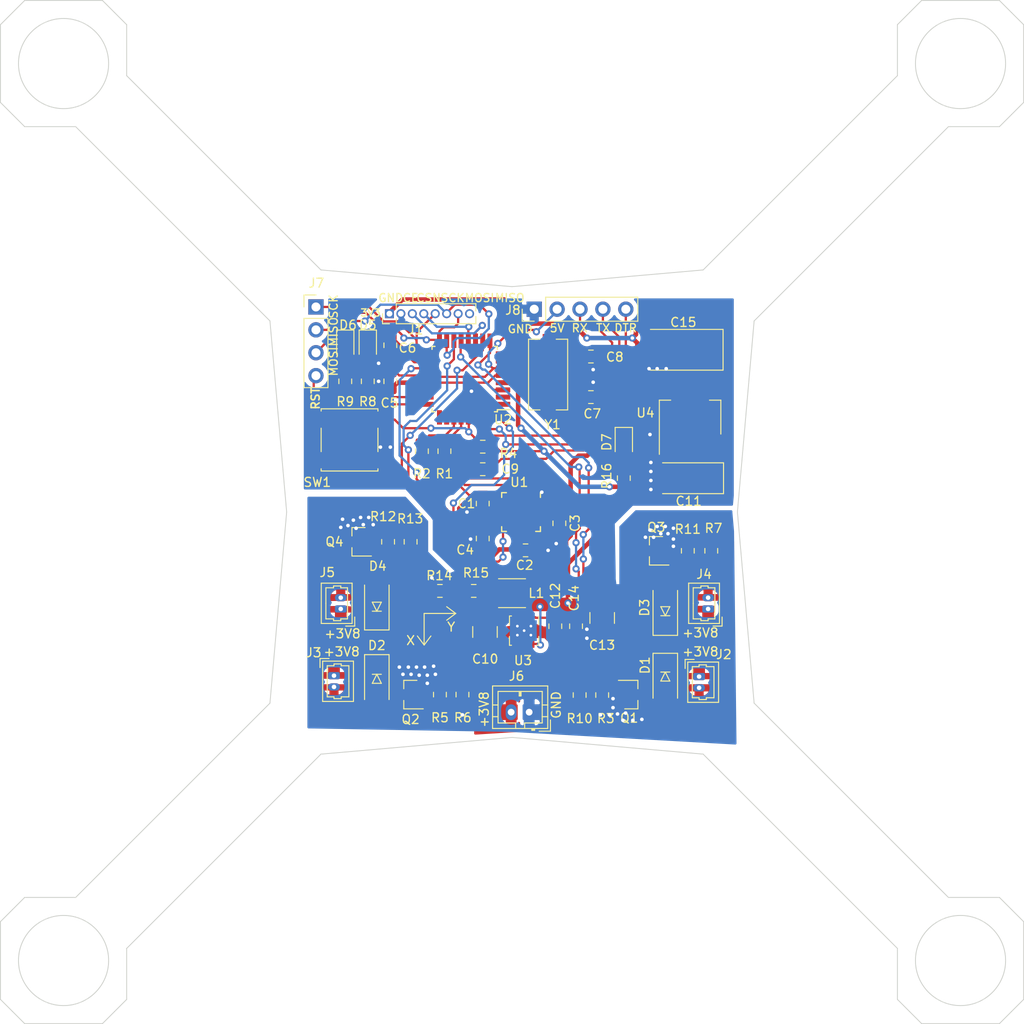
<source format=kicad_pcb>
(kicad_pcb (version 20171130) (host pcbnew "(5.1.5-0-10_14)")
  (layers (0 F.Cu signal) (31 B.Cu signal) (34 B.Paste user) (35 F.Paste user) (36 B.SilkS user) (37 F.SilkS user) (38 B.Mask user) (39 F.Mask user) (44 Edge.Cuts user))
  (net 0 "")
  (net 1 GND)
  (net 2 +3V3)
  (net 3 "Net-(C3-Pad2)")
  (net 4 "Net-(C4-Pad2)")
  (net 5 "Net-(C5-Pad1)")
  (net 6 +5V)
  (net 7 "Net-(C7-Pad2)")
  (net 8 "Net-(C8-Pad2)")
  (net 9 /MCU/DTR)
  (net 10 /MCU/RESET)
  (net 11 +3V8)
  (net 12 "Net-(C12-Pad1)")
  (net 13 "Net-(D1-Pad2)")
  (net 14 "Net-(D2-Pad2)")
  (net 15 "Net-(D3-Pad2)")
  (net 16 "Net-(D4-Pad2)")
  (net 17 "Net-(D5-Pad2)")
  (net 18 "Net-(D6-Pad2)")
  (net 19 "Net-(D7-Pad2)")
  (net 20 /RF_CE)
  (net 21 /RF_CSN)
  (net 22 /SPI_SCK)
  (net 23 /SPI_MOSI)
  (net 24 /SPI_MISO)
  (net 25 "Net-(J1-Pad8)")
  (net 26 /MCU/RXI)
  (net 27 /MCU/TXO)
  (net 28 "Net-(L1-Pad2)")
  (net 29 "Net-(Q1-Pad1)")
  (net 30 "Net-(Q2-Pad1)")
  (net 31 "Net-(Q3-Pad1)")
  (net 32 "Net-(Q4-Pad1)")
  (net 33 /SCL)
  (net 34 /SDA)
  (net 35 /PWM_1)
  (net 36 /PWM_3)
  (net 37 /MCU/FCS_LED_0)
  (net 38 /MCU/FCS_LED_1)
  (net 39 /PWM_0)
  (net 40 /PWM_2)
  (net 41 /BAT_VAL)
  (net 42 "Net-(U1-Pad6)")
  (net 43 "Net-(U1-Pad7)")
  (net 44 /INT)
  (net 45 /MCU/PWM_4)
  (net 46 "Net-(U2-Pad2)")
  (net 47 "Net-(U2-Pad22)")
  (net 48 "Net-(U2-Pad25)")
  (net 49 "Net-(U2-Pad26)")
  (module Connector_PinHeader_1.27mm:PinHeader_1x08_P1.27mm_Vertical (layer F.Cu) (at 149.9 83.5 90)
    (fp_text reference J1 (at -1.8 2.9 180) (layer F.SilkS))
    (fp_text value nRF24_Breakout)
    (pad 8 thru_hole oval (at 0 8.89 90) (size 1 1) (drill 0.65) (layers *.Cu *.Mask) (net 25 "Net-(J1-Pad8)"))
    (pad 7 thru_hole oval (at 0 7.62 90) (size 1 1) (drill 0.65) (layers *.Cu *.Mask) (net 24 /SPI_MISO))
    (pad 6 thru_hole oval (at 0 6.35 90) (size 1 1) (drill 0.65) (layers *.Cu *.Mask) (net 23 /SPI_MOSI))
    (pad 5 thru_hole oval (at 0 5.08 90) (size 1 1) (drill 0.65) (layers *.Cu *.Mask) (net 22 /SPI_SCK))
    (pad 4 thru_hole oval (at 0 3.81 90) (size 1 1) (drill 0.65) (layers *.Cu *.Mask) (net 21 /RF_CSN))
    (pad 3 thru_hole oval (at 0 2.54 90) (size 1 1) (drill 0.65) (layers *.Cu *.Mask) (net 20 /RF_CE))
    (pad 2 thru_hole oval (at 0 1.27 90) (size 1 1) (drill 0.65) (layers *.Cu *.Mask) (net 1 GND))
    (pad 1 thru_hole rect (at 0 0 90) (size 1 1) (drill 0.65) (layers *.Cu *.Mask) (net 2 +3V3))
  )
  (module Diode_SMD:D_SOD-128 (layer F.Cu) (at 148.5 115.5 90)
    (fp_text reference D4 (at 4 0.1 180) (layer F.SilkS))
    (fp_text value D_Schottky)
    (pad 2 smd rect (at 2.2 0 90) (size 1.4 2.1) (layers F.Cu F.Paste F.Mask) (net 16 "Net-(D4-Pad2)"))
    (pad 1 smd rect (at -2.2 0 90) (size 1.4 2.1) (layers F.Cu F.Paste F.Mask) (net 11 +3V8))
  )
  (module Diode_SMD:D_SOD-128 (layer F.Cu) (at 180.5 116.1 90)
    (fp_text reference D3 (at 0 -2.3 90) (layer F.SilkS))
    (fp_text value D_Schottky)
    (pad 2 smd rect (at 2.2 0 90) (size 1.4 2.1) (layers F.Cu F.Paste F.Mask) (net 15 "Net-(D3-Pad2)"))
    (pad 1 smd rect (at -2.2 0 90) (size 1.4 2.1) (layers F.Cu F.Paste F.Mask) (net 11 +3V8))
  )
  (module Diode_SMD:D_SOD-128 (layer F.Cu) (at 148.5 124.4 270)
    (fp_text reference D2 (at -4.1 0 180) (layer F.SilkS))
    (fp_text value D_Schottky)
    (pad 2 smd rect (at 2.2 0 270) (size 1.4 2.1) (layers F.Cu F.Paste F.Mask) (net 14 "Net-(D2-Pad2)"))
    (pad 1 smd rect (at -2.2 0 270) (size 1.4 2.1) (layers F.Cu F.Paste F.Mask) (net 11 +3V8))
  )
  (module Diode_SMD:D_SOD-128 (layer F.Cu) (at 180.5 124.25 270)
    (fp_text reference D1 (at -1.75 2.25 90) (layer F.SilkS))
    (fp_text value D_Schottky)
    (pad 2 smd rect (at 2.2 0 270) (size 1.4 2.1) (layers F.Cu F.Paste F.Mask) (net 13 "Net-(D1-Pad2)"))
    (pad 1 smd rect (at -2.2 0 270) (size 1.4 2.1) (layers F.Cu F.Paste F.Mask) (net 11 +3V8))
  )
  (module Package_QFP:TQFP-32_7x7mm_P0.8mm (layer F.Cu) (at 158.25 90.75 180)
    (fp_text reference U2 (at -4.25 -4.5) (layer F.SilkS))
    (fp_text value ATmega328P-AU)
    (pad 1 smd rect (at -4.25 -2.8 180) (size 1.6 0.55) (layers F.Cu F.Paste F.Mask) (net 45 /MCU/PWM_4))
    (pad 2 smd rect (at -4.25 -2 180) (size 1.6 0.55) (layers F.Cu F.Paste F.Mask) (net 46 "Net-(U2-Pad2)"))
    (pad 3 smd rect (at -4.25 -1.2 180) (size 1.6 0.55) (layers F.Cu F.Paste F.Mask) (net 1 GND))
    (pad 4 smd rect (at -4.25 -0.4 180) (size 1.6 0.55) (layers F.Cu F.Paste F.Mask) (net 6 +5V))
    (pad 5 smd rect (at -4.25 0.4 180) (size 1.6 0.55) (layers F.Cu F.Paste F.Mask) (net 1 GND))
    (pad 6 smd rect (at -4.25 1.2 180) (size 1.6 0.55) (layers F.Cu F.Paste F.Mask) (net 6 +5V))
    (pad 7 smd rect (at -4.25 2 180) (size 1.6 0.55) (layers F.Cu F.Paste F.Mask) (net 7 "Net-(C7-Pad2)"))
    (pad 8 smd rect (at -4.25 2.8 180) (size 1.6 0.55) (layers F.Cu F.Paste F.Mask) (net 8 "Net-(C8-Pad2)"))
    (pad 9 smd rect (at -2.8 4.25 270) (size 1.6 0.55) (layers F.Cu F.Paste F.Mask) (net 39 /PWM_0))
    (pad 10 smd rect (at -2 4.25 270) (size 1.6 0.55) (layers F.Cu F.Paste F.Mask) (net 35 /PWM_1))
    (pad 11 smd rect (at -1.2 4.25 270) (size 1.6 0.55) (layers F.Cu F.Paste F.Mask) (net 20 /RF_CE))
    (pad 12 smd rect (at -0.4 4.25 270) (size 1.6 0.55) (layers F.Cu F.Paste F.Mask) (net 21 /RF_CSN))
    (pad 13 smd rect (at 0.4 4.25 270) (size 1.6 0.55) (layers F.Cu F.Paste F.Mask) (net 36 /PWM_3))
    (pad 14 smd rect (at 1.2 4.25 270) (size 1.6 0.55) (layers F.Cu F.Paste F.Mask) (net 40 /PWM_2))
    (pad 15 smd rect (at 2 4.25 270) (size 1.6 0.55) (layers F.Cu F.Paste F.Mask) (net 23 /SPI_MOSI))
    (pad 16 smd rect (at 2.8 4.25 270) (size 1.6 0.55) (layers F.Cu F.Paste F.Mask) (net 24 /SPI_MISO))
    (pad 17 smd rect (at 4.25 2.8 180) (size 1.6 0.55) (layers F.Cu F.Paste F.Mask) (net 22 /SPI_SCK))
    (pad 18 smd rect (at 4.25 2 180) (size 1.6 0.55) (layers F.Cu F.Paste F.Mask) (net 6 +5V))
    (pad 19 smd rect (at 4.25 1.2 180) (size 1.6 0.55) (layers F.Cu F.Paste F.Mask) (net 41 /BAT_VAL))
    (pad 20 smd rect (at 4.25 0.4 180) (size 1.6 0.55) (layers F.Cu F.Paste F.Mask) (net 5 "Net-(C5-Pad1)"))
    (pad 21 smd rect (at 4.25 -0.4 180) (size 1.6 0.55) (layers F.Cu F.Paste F.Mask) (net 1 GND))
    (pad 22 smd rect (at 4.25 -1.2 180) (size 1.6 0.55) (layers F.Cu F.Paste F.Mask) (net 47 "Net-(U2-Pad22)"))
    (pad 23 smd rect (at 4.25 -2 180) (size 1.6 0.55) (layers F.Cu F.Paste F.Mask) (net 37 /MCU/FCS_LED_0))
    (pad 24 smd rect (at 4.25 -2.8 180) (size 1.6 0.55) (layers F.Cu F.Paste F.Mask) (net 38 /MCU/FCS_LED_1))
    (pad 25 smd rect (at 2.8 -4.25 270) (size 1.6 0.55) (layers F.Cu F.Paste F.Mask) (net 48 "Net-(U2-Pad25)"))
    (pad 26 smd rect (at 2 -4.25 270) (size 1.6 0.55) (layers F.Cu F.Paste F.Mask) (net 49 "Net-(U2-Pad26)"))
    (pad 27 smd rect (at 1.2 -4.25 270) (size 1.6 0.55) (layers F.Cu F.Paste F.Mask) (net 34 /SDA))
    (pad 28 smd rect (at 0.4 -4.25 270) (size 1.6 0.55) (layers F.Cu F.Paste F.Mask) (net 33 /SCL))
    (pad 29 smd rect (at -0.4 -4.25 270) (size 1.6 0.55) (layers F.Cu F.Paste F.Mask) (net 10 /MCU/RESET))
    (pad 30 smd rect (at -1.2 -4.25 270) (size 1.6 0.55) (layers F.Cu F.Paste F.Mask) (net 26 /MCU/RXI))
    (pad 31 smd rect (at -2 -4.25 270) (size 1.6 0.55) (layers F.Cu F.Paste F.Mask) (net 27 /MCU/TXO))
    (pad 32 smd rect (at -2.8 -4.25 270) (size 1.6 0.55) (layers F.Cu F.Paste F.Mask) (net 44 /INT))
  )
  (module Capacitor_SMD:C_0805_2012Metric (layer F.Cu) (at 160.25 104.5625 270)
    (fp_text reference C1 (at 0 1.8 180) (layer F.SilkS))
    (fp_text value "10 nF")
    (pad 2 smd roundrect (at 0.9375 0 270) (size 0.975 1.4) (layers F.Cu F.Paste F.Mask) (net 1 GND))
    (pad 1 smd roundrect (at -0.9375 0 270) (size 0.975 1.4) (layers F.Cu F.Paste F.Mask) (net 2 +3V3))
  )
  (module Capacitor_SMD:C_0805_2012Metric (layer F.Cu) (at 165 109.75 180)
    (fp_text reference C2 (at 0.1 -1.65) (layer F.SilkS))
    (fp_text value "0.1 uF")
    (pad 1 smd roundrect (at -0.9375 0 180) (size 0.975 1.4) (layers F.Cu F.Paste F.Mask) (net 1 GND))
    (pad 2 smd roundrect (at 0.9375 0 180) (size 0.975 1.4) (layers F.Cu F.Paste F.Mask) (net 2 +3V3))
  )
  (module Capacitor_SMD:C_0805_2012Metric (layer F.Cu) (at 168.75 106.75 90)
    (fp_text reference C3 (at 0.01246 1.73736 90) (layer F.SilkS))
    (fp_text value "2.2 nF")
    (pad 2 smd roundrect (at 0.9375 0 90) (size 0.975 1.4) (layers F.Cu F.Paste F.Mask) (net 3 "Net-(C3-Pad2)"))
    (pad 1 smd roundrect (at -0.9375 0 90) (size 0.975 1.4) (layers F.Cu F.Paste F.Mask) (net 1 GND))
  )
  (module Capacitor_SMD:C_0805_2012Metric (layer F.Cu) (at 160.25 108.4375 90)
    (fp_text reference C4 (at -1.2625 -1.95 180) (layer F.SilkS))
    (fp_text value "0.1 uF")
    (pad 1 smd roundrect (at -0.9375 0 90) (size 0.975 1.4) (layers F.Cu F.Paste F.Mask) (net 1 GND))
    (pad 2 smd roundrect (at 0.9375 0 90) (size 0.975 1.4) (layers F.Cu F.Paste F.Mask) (net 4 "Net-(C4-Pad2)"))
  )
  (module Capacitor_SMD:C_0805_2012Metric (layer F.Cu) (at 150 91 270)
    (fp_text reference C5 (at 2.4 0.1 180) (layer F.SilkS))
    (fp_text value "0.1 uF")
    (pad 1 smd roundrect (at -0.9375 0 270) (size 0.975 1.4) (layers F.Cu F.Paste F.Mask) (net 5 "Net-(C5-Pad1)"))
    (pad 2 smd roundrect (at 0.9375 0 270) (size 0.975 1.4) (layers F.Cu F.Paste F.Mask) (net 1 GND))
  )
  (module Capacitor_SMD:C_0805_2012Metric (layer F.Cu) (at 150 87 270)
    (fp_text reference C6 (at 0.3 -1.9 180) (layer F.SilkS))
    (fp_text value "0.1 uF")
    (pad 1 smd roundrect (at -0.9375 0 270) (size 0.975 1.4) (layers F.Cu F.Paste F.Mask) (net 6 +5V))
    (pad 2 smd roundrect (at 0.9375 0 270) (size 0.975 1.4) (layers F.Cu F.Paste F.Mask) (net 1 GND))
  )
  (module Capacitor_SMD:C_0805_2012Metric (layer F.Cu) (at 172.25 92.75 180)
    (fp_text reference C7 (at -0.15 -1.85) (layer F.SilkS))
    (fp_text value "22 pF")
    (pad 1 smd roundrect (at -0.9375 0 180) (size 0.975 1.4) (layers F.Cu F.Paste F.Mask) (net 1 GND))
    (pad 2 smd roundrect (at 0.9375 0 180) (size 0.975 1.4) (layers F.Cu F.Paste F.Mask) (net 7 "Net-(C7-Pad2)"))
  )
  (module Capacitor_SMD:C_0805_2012Metric (layer F.Cu) (at 172.25 88.25 180)
    (fp_text reference C8 (at -2.65 -0.05) (layer F.SilkS))
    (fp_text value "22 pF")
    (pad 1 smd roundrect (at -0.9375 0 180) (size 0.975 1.4) (layers F.Cu F.Paste F.Mask) (net 1 GND))
    (pad 2 smd roundrect (at 0.9375 0 180) (size 0.975 1.4) (layers F.Cu F.Paste F.Mask) (net 8 "Net-(C8-Pad2)"))
  )
  (module Capacitor_SMD:C_0805_2012Metric (layer F.Cu) (at 160.25 100.75)
    (fp_text reference C9 (at 3.05 -0.025) (layer F.SilkS))
    (fp_text value "0.1 uF")
    (pad 1 smd roundrect (at -0.9375 0) (size 0.975 1.4) (layers F.Cu F.Paste F.Mask) (net 10 /MCU/RESET))
    (pad 2 smd roundrect (at 0.9375 0) (size 0.975 1.4) (layers F.Cu F.Paste F.Mask) (net 9 /MCU/DTR))
  )
  (module Capacitor_SMD:C_1210_3225Metric (layer F.Cu) (at 160.5 118.80348 270)
    (fp_text reference C10 (at 2.99652 -0.02352 180) (layer F.SilkS))
    (fp_text value "10 uF")
    (pad 2 smd roundrect (at 1.4 0 270) (size 1.25 2.65) (layers F.Cu F.Paste F.Mask) (roundrect_rratio 0.2) (net 1 GND))
    (pad 1 smd roundrect (at -1.4 0 270) (size 1.25 2.65) (layers F.Cu F.Paste F.Mask) (roundrect_rratio 0.2) (net 11 +3V8))
  )
  (module Capacitor_Tantalum_SMD:CP_EIA-6032-28_Kemet-C (layer F.Cu) (at 183.2 101.75 180)
    (fp_text reference C11 (at 0.1 -2.55 180) (layer F.SilkS))
    (fp_text value "10 uF")
    (pad 2 smd roundrect (at 2.4625 0 180) (size 2.075 2.35) (layers F.Cu F.Paste F.Mask) (roundrect_rratio 0.120482) (net 1 GND))
    (pad 1 smd roundrect (at -2.4625 0 180) (size 2.075 2.35) (layers F.Cu F.Paste F.Mask) (roundrect_rratio 0.120482) (net 6 +5V))
  )
  (module Capacitor_SMD:C_0805_2012Metric (layer F.Cu) (at 168.3 118.16548 270)
    (fp_text reference C12 (at -3.36548 0 90) (layer F.SilkS))
    (fp_text value "0.1 uF")
    (pad 1 smd roundrect (at -0.9375 0 270) (size 0.975 1.4) (layers F.Cu F.Paste F.Mask) (net 12 "Net-(C12-Pad1)"))
    (pad 2 smd roundrect (at 0.9375 0 270) (size 0.975 1.4) (layers F.Cu F.Paste F.Mask) (net 1 GND))
  )
  (module Capacitor_SMD:C_1210_3225Metric (layer F.Cu) (at 173.5 117.25 270)
    (fp_text reference C13 (at 3.0196 0.0127 180) (layer F.SilkS))
    (fp_text value "22 uF")
    (pad 1 smd roundrect (at -1.4 0 270) (size 1.25 2.65) (layers F.Cu F.Paste F.Mask) (roundrect_rratio 0.2) (net 6 +5V))
    (pad 2 smd roundrect (at 1.4 0 270) (size 1.25 2.65) (layers F.Cu F.Paste F.Mask) (roundrect_rratio 0.2) (net 1 GND))
  )
  (module Capacitor_SMD:C_0805_2012Metric (layer F.Cu) (at 170.6 118.16548 270)
    (fp_text reference C14 (at -3.11548 0.21808 90) (layer F.SilkS))
    (fp_text value "0.1 uF")
    (pad 2 smd roundrect (at 0.9375 0 270) (size 0.975 1.4) (layers F.Cu F.Paste F.Mask) (net 1 GND))
    (pad 1 smd roundrect (at -0.9375 0 270) (size 0.975 1.4) (layers F.Cu F.Paste F.Mask) (net 6 +5V))
  )
  (module Capacitor_Tantalum_SMD:CP_EIA-7343-31_Kemet-D (layer F.Cu) (at 182.5 87.5 180)
    (fp_text reference C15 (at 0 3.04292) (layer F.SilkS))
    (fp_text value "22 uF")
    (pad 2 smd roundrect (at 3.1125 0 180) (size 2.075 2.55) (layers F.Cu F.Paste F.Mask) (roundrect_rratio 0.120482) (net 1 GND))
    (pad 1 smd roundrect (at -3.1125 0 180) (size 2.075 2.55) (layers F.Cu F.Paste F.Mask) (roundrect_rratio 0.120482) (net 2 +3V3))
  )
  (module LED_SMD:LED_0805_2012Metric (layer F.Cu) (at 147.5 87 270)
    (fp_text reference D5 (at -2.25 0 180) (layer F.SilkS))
    (fp_text value LED_G)
    (pad 1 smd roundrect (at -0.9375 0 270) (size 0.975 1.4) (layers F.Cu F.Paste F.Mask) (net 1 GND))
    (pad 2 smd roundrect (at 0.9375 0 270) (size 0.975 1.4) (layers F.Cu F.Paste F.Mask) (net 17 "Net-(D5-Pad2)"))
  )
  (module LED_SMD:LED_0805_2012Metric (layer F.Cu) (at 145 87 270)
    (fp_text reference D6 (at -2.25 -0.3 180) (layer F.SilkS))
    (fp_text value LED_R)
    (pad 2 smd roundrect (at 0.9375 0 270) (size 0.975 1.4) (layers F.Cu F.Paste F.Mask) (net 18 "Net-(D6-Pad2)"))
    (pad 1 smd roundrect (at -0.9375 0 270) (size 0.975 1.4) (layers F.Cu F.Paste F.Mask) (net 1 GND))
  )
  (module LED_SMD:LED_0805_2012Metric (layer F.Cu) (at 175.9 97.8 270)
    (fp_text reference D7 (at -0.05 1.9 90) (layer F.SilkS))
    (fp_text value LED_R)
    (pad 2 smd roundrect (at 0.9375 0 270) (size 0.975 1.4) (layers F.Cu F.Paste F.Mask) (net 19 "Net-(D7-Pad2)"))
    (pad 1 smd roundrect (at -0.9375 0 270) (size 0.975 1.4) (layers F.Cu F.Paste F.Mask) (net 1 GND))
  )
  (module Connector_Molex:Molex_PicoBlade_53047-0210_1x02_P1.25mm_Vertical (layer F.Cu) (at 184.25 123.75 270)
    (fp_text reference J2 (at -2.45 -2.75) (layer F.SilkS))
    (fp_text value MOT)
    (pad 2 thru_hole oval (at 1.25 0 270) (size 0.8 1.3) (drill 0.5) (layers *.Cu *.Mask) (net 13 "Net-(D1-Pad2)"))
    (pad 1 thru_hole roundrect (at 0 0 270) (size 0.8 1.3) (drill 0.5) (layers *.Cu *.Mask) (net 11 +3V8))
  )
  (module Connector_Molex:Molex_PicoBlade_53047-0210_1x02_P1.25mm_Vertical (layer F.Cu) (at 143.75 123.65 270)
    (fp_text reference J3 (at -2.55 2.25 180) (layer F.SilkS))
    (fp_text value MOT)
    (pad 2 thru_hole oval (at 1.25 0 270) (size 0.8 1.3) (drill 0.5) (layers *.Cu *.Mask) (net 14 "Net-(D2-Pad2)"))
    (pad 1 thru_hole roundrect (at 0 0 270) (size 0.8 1.3) (drill 0.5) (layers *.Cu *.Mask) (net 11 +3V8))
  )
  (module Connector_Molex:Molex_PicoBlade_53047-0210_1x02_P1.25mm_Vertical (layer F.Cu) (at 185.25 116.25 90)
    (fp_text reference J4 (at 3.85 -0.45) (layer F.SilkS))
    (fp_text value MOT)
    (pad 1 thru_hole roundrect (at 0 0 90) (size 0.8 1.3) (drill 0.5) (layers *.Cu *.Mask) (net 11 +3V8))
    (pad 2 thru_hole oval (at 1.25 0 90) (size 0.8 1.3) (drill 0.5) (layers *.Cu *.Mask) (net 15 "Net-(D3-Pad2)"))
  )
  (module Connector_Molex:Molex_PicoBlade_53047-0210_1x02_P1.25mm_Vertical (layer F.Cu) (at 144.5 116.25 90)
    (fp_text reference J5 (at 4.05 -1.5) (layer F.SilkS))
    (fp_text value MOT)
    (pad 2 thru_hole oval (at 1.25 0 90) (size 0.8 1.3) (drill 0.5) (layers *.Cu *.Mask) (net 16 "Net-(D4-Pad2)"))
    (pad 1 thru_hole roundrect (at 0 0 90) (size 0.8 1.3) (drill 0.5) (layers *.Cu *.Mask) (net 11 +3V8))
  )
  (module Connector_JST:JST_PH_B2B-PH-K_1x02_P2.00mm_Vertical (layer F.Cu) (at 165.4 127.7 180)
    (fp_text reference J6 (at 1.4 4) (layer F.SilkS))
    (fp_text value Lipo_Bat_Con)
    (pad 1 thru_hole roundrect (at 0 0 180) (size 1.2 1.75) (drill 0.75) (layers *.Cu *.Mask) (roundrect_rratio 0.208333) (net 1 GND))
    (pad 2 thru_hole oval (at 2 0 180) (size 1.2 1.75) (drill 0.75) (layers *.Cu *.Mask) (net 11 +3V8))
  )
  (module Connector_PinHeader_2.54mm:PinHeader_1x04_P2.54mm_Vertical (layer F.Cu) (at 141.75 82.75)
    (fp_text reference J7 (at 0.05 -2.65) (layer F.SilkS))
    (fp_text value SPI_Conn_01x04)
    (pad 1 thru_hole rect (at 0 0) (size 1.7 1.7) (drill 1) (layers *.Cu *.Mask) (net 22 /SPI_SCK))
    (pad 2 thru_hole oval (at 0 2.54) (size 1.7 1.7) (drill 1) (layers *.Cu *.Mask) (net 24 /SPI_MISO))
    (pad 3 thru_hole oval (at 0 5.08) (size 1.7 1.7) (drill 1) (layers *.Cu *.Mask) (net 23 /SPI_MOSI))
    (pad 4 thru_hole oval (at 0 7.62) (size 1.7 1.7) (drill 1) (layers *.Cu *.Mask) (net 10 /MCU/RESET))
  )
  (module Connector_PinHeader_2.54mm:PinHeader_1x05_P2.54mm_Vertical (layer F.Cu) (at 165.96 83 90)
    (fp_text reference J8 (at -0.1 -2.36 180) (layer F.SilkS))
    (fp_text value FTDI_Conn_01x05)
    (pad 1 thru_hole rect (at 0 0 90) (size 1.7 1.7) (drill 1) (layers *.Cu *.Mask) (net 1 GND))
    (pad 2 thru_hole oval (at 0 2.54 90) (size 1.7 1.7) (drill 1) (layers *.Cu *.Mask) (net 6 +5V))
    (pad 3 thru_hole oval (at 0 5.08 90) (size 1.7 1.7) (drill 1) (layers *.Cu *.Mask) (net 26 /MCU/RXI))
    (pad 4 thru_hole oval (at 0 7.62 90) (size 1.7 1.7) (drill 1) (layers *.Cu *.Mask) (net 27 /MCU/TXO))
    (pad 5 thru_hole oval (at 0 10.16 90) (size 1.7 1.7) (drill 1) (layers *.Cu *.Mask) (net 9 /MCU/DTR))
  )
  (module Inductor_SMD:L_Taiyo-Yuden_NR-30xx (layer F.Cu) (at 163.5 114.5)
    (fp_text reference L1 (at 2.7 0) (layer F.SilkS))
    (fp_text value "4.7 uH")
    (pad 1 smd rect (at -1.1 0) (size 0.8 2.9) (layers F.Cu F.Paste F.Mask) (net 11 +3V8))
    (pad 2 smd rect (at 1.1 0) (size 0.8 2.9) (layers F.Cu F.Paste F.Mask) (net 28 "Net-(L1-Pad2)"))
  )
  (module Package_TO_SOT_SMD:SOT-23 (layer F.Cu) (at 176.7 125.75)
    (fp_text reference Q1 (at -0.2 2.6 180) (layer F.SilkS))
    (fp_text value Q_NMOS_GSD)
    (pad 3 smd rect (at 1 0) (size 0.9 0.8) (layers F.Cu F.Paste F.Mask) (net 13 "Net-(D1-Pad2)"))
    (pad 2 smd rect (at -1 0.95) (size 0.9 0.8) (layers F.Cu F.Paste F.Mask) (net 1 GND))
    (pad 1 smd rect (at -1 -0.95) (size 0.9 0.8) (layers F.Cu F.Paste F.Mask) (net 29 "Net-(Q1-Pad1)"))
  )
  (module Package_TO_SOT_SMD:SOT-23 (layer F.Cu) (at 152.25 125.75 180)
    (fp_text reference Q2 (at 0 -2.75) (layer F.SilkS))
    (fp_text value Q_NMOS_GSD)
    (pad 1 smd rect (at -1 -0.95 180) (size 0.9 0.8) (layers F.Cu F.Paste F.Mask) (net 30 "Net-(Q2-Pad1)"))
    (pad 2 smd rect (at -1 0.95 180) (size 0.9 0.8) (layers F.Cu F.Paste F.Mask) (net 1 GND))
    (pad 3 smd rect (at 1 0 180) (size 0.9 0.8) (layers F.Cu F.Paste F.Mask) (net 14 "Net-(D2-Pad2)"))
  )
  (module Package_TO_SOT_SMD:SOT-23 (layer F.Cu) (at 179.5 109.8 180)
    (fp_text reference Q3 (at 0 2.6) (layer F.SilkS))
    (fp_text value Q_NMOS_GSD)
    (pad 3 smd rect (at 1 0 180) (size 0.9 0.8) (layers F.Cu F.Paste F.Mask) (net 15 "Net-(D3-Pad2)"))
    (pad 2 smd rect (at -1 0.95 180) (size 0.9 0.8) (layers F.Cu F.Paste F.Mask) (net 1 GND))
    (pad 1 smd rect (at -1 -0.95 180) (size 0.9 0.8) (layers F.Cu F.Paste F.Mask) (net 31 "Net-(Q3-Pad1)"))
  )
  (module Package_TO_SOT_SMD:SOT-23 (layer F.Cu) (at 146.5 108.8 180)
    (fp_text reference Q4 (at 2.7 0) (layer F.SilkS))
    (fp_text value Q_NMOS_GSD)
    (pad 1 smd rect (at -1 -0.95 180) (size 0.9 0.8) (layers F.Cu F.Paste F.Mask) (net 32 "Net-(Q4-Pad1)"))
    (pad 2 smd rect (at -1 0.95 180) (size 0.9 0.8) (layers F.Cu F.Paste F.Mask) (net 1 GND))
    (pad 3 smd rect (at 1 0 180) (size 0.9 0.8) (layers F.Cu F.Paste F.Mask) (net 16 "Net-(D4-Pad2)"))
  )
  (module Resistor_SMD:R_0805_2012Metric (layer F.Cu) (at 156 98.75 90)
    (fp_text reference R1 (at -2.5 0 180) (layer F.SilkS))
    (fp_text value "4.7 K")
    (pad 2 smd roundrect (at 0.9375 0 90) (size 0.975 1.4) (layers F.Cu F.Paste F.Mask) (net 33 /SCL))
    (pad 1 smd roundrect (at -0.9375 0 90) (size 0.975 1.4) (layers F.Cu F.Paste F.Mask) (net 2 +3V3))
  )
  (module Resistor_SMD:R_0805_2012Metric (layer F.Cu) (at 153.5 98.75 90)
    (fp_text reference R2 (at -2.5 0 180) (layer F.SilkS))
    (fp_text value "4.7 K")
    (pad 2 smd roundrect (at 0.9375 0 90) (size 0.975 1.4) (layers F.Cu F.Paste F.Mask) (net 34 /SDA))
    (pad 1 smd roundrect (at -0.9375 0 90) (size 0.975 1.4) (layers F.Cu F.Paste F.Mask) (net 2 +3V3))
  )
  (module Resistor_SMD:R_0805_2012Metric (layer F.Cu) (at 173.5 125.8 90)
    (fp_text reference R3 (at -2.6 0.4 180) (layer F.SilkS))
    (fp_text value "10 K")
    (pad 2 smd roundrect (at 0.9375 0 90) (size 0.975 1.4) (layers F.Cu F.Paste F.Mask) (net 29 "Net-(Q1-Pad1)"))
    (pad 1 smd roundrect (at -0.9375 0 90) (size 0.975 1.4) (layers F.Cu F.Paste F.Mask) (net 1 GND))
  )
  (module Resistor_SMD:R_0805_2012Metric (layer F.Cu) (at 160.25 98.25 180)
    (fp_text reference R4 (at -2.85 -0.75) (layer F.SilkS))
    (fp_text value "10 K")
    (pad 2 smd roundrect (at 0.9375 0 180) (size 0.975 1.4) (layers F.Cu F.Paste F.Mask) (net 10 /MCU/RESET))
    (pad 1 smd roundrect (at -0.9375 0 180) (size 0.975 1.4) (layers F.Cu F.Paste F.Mask) (net 6 +5V))
  )
  (module Resistor_SMD:R_0805_2012Metric (layer F.Cu) (at 155.5 125.75 270)
    (fp_text reference R5 (at 2.5625 0 180) (layer F.SilkS))
    (fp_text value 100)
    (pad 2 smd roundrect (at 0.9375 0 270) (size 0.975 1.4) (layers F.Cu F.Paste F.Mask) (net 35 /PWM_1))
    (pad 1 smd roundrect (at -0.9375 0 270) (size 0.975 1.4) (layers F.Cu F.Paste F.Mask) (net 30 "Net-(Q2-Pad1)"))
  )
  (module Resistor_SMD:R_0805_2012Metric (layer F.Cu) (at 158 125.75 90)
    (fp_text reference R6 (at -2.5625 0.04 180) (layer F.SilkS))
    (fp_text value "10 K")
    (pad 1 smd roundrect (at -0.9375 0 90) (size 0.975 1.4) (layers F.Cu F.Paste F.Mask) (net 1 GND))
    (pad 2 smd roundrect (at 0.9375 0 90) (size 0.975 1.4) (layers F.Cu F.Paste F.Mask) (net 30 "Net-(Q2-Pad1)"))
  )
  (module Resistor_SMD:R_0805_2012Metric (layer F.Cu) (at 185.6 109.8 90)
    (fp_text reference R7 (at 2.5 0.25 180) (layer F.SilkS))
    (fp_text value 100)
    (pad 2 smd roundrect (at 0.9375 0 90) (size 0.975 1.4) (layers F.Cu F.Paste F.Mask) (net 36 /PWM_3))
    (pad 1 smd roundrect (at -0.9375 0 90) (size 0.975 1.4) (layers F.Cu F.Paste F.Mask) (net 31 "Net-(Q3-Pad1)"))
  )
  (module Resistor_SMD:R_0805_2012Metric (layer F.Cu) (at 147.5 91 270)
    (fp_text reference R8 (at 2.25 0 180) (layer F.SilkS))
    (fp_text value 330)
    (pad 2 smd roundrect (at 0.9375 0 270) (size 0.975 1.4) (layers F.Cu F.Paste F.Mask) (net 37 /MCU/FCS_LED_0))
    (pad 1 smd roundrect (at -0.9375 0 270) (size 0.975 1.4) (layers F.Cu F.Paste F.Mask) (net 17 "Net-(D5-Pad2)"))
  )
  (module Resistor_SMD:R_0805_2012Metric (layer F.Cu) (at 145 91 270)
    (fp_text reference R9 (at 2.25 0 180) (layer F.SilkS))
    (fp_text value 330)
    (pad 1 smd roundrect (at -0.9375 0 270) (size 0.975 1.4) (layers F.Cu F.Paste F.Mask) (net 18 "Net-(D6-Pad2)"))
    (pad 2 smd roundrect (at 0.9375 0 270) (size 0.975 1.4) (layers F.Cu F.Paste F.Mask) (net 38 /MCU/FCS_LED_1))
  )
  (module Resistor_SMD:R_0805_2012Metric (layer F.Cu) (at 171 125.8 270)
    (fp_text reference R10 (at 2.6 0 180) (layer F.SilkS))
    (fp_text value 100)
    (pad 1 smd roundrect (at -0.9375 0 270) (size 0.975 1.4) (layers F.Cu F.Paste F.Mask) (net 29 "Net-(Q1-Pad1)"))
    (pad 2 smd roundrect (at 0.9375 0 270) (size 0.975 1.4) (layers F.Cu F.Paste F.Mask) (net 39 /PWM_0))
  )
  (module Resistor_SMD:R_0805_2012Metric (layer F.Cu) (at 183 109.8 270)
    (fp_text reference R11 (at -2.4 0 180) (layer F.SilkS))
    (fp_text value "10 K")
    (pad 1 smd roundrect (at -0.9375 0 270) (size 0.975 1.4) (layers F.Cu F.Paste F.Mask) (net 1 GND))
    (pad 2 smd roundrect (at 0.9375 0 270) (size 0.975 1.4) (layers F.Cu F.Paste F.Mask) (net 31 "Net-(Q3-Pad1)"))
  )
  (module Resistor_SMD:R_0805_2012Metric (layer F.Cu) (at 149.75 108.8 90)
    (fp_text reference R12 (at 2.8 -0.55 180) (layer F.SilkS))
    (fp_text value 100)
    (pad 2 smd roundrect (at 0.9375 0 90) (size 0.975 1.4) (layers F.Cu F.Paste F.Mask) (net 40 /PWM_2))
    (pad 1 smd roundrect (at -0.9375 0 90) (size 0.975 1.4) (layers F.Cu F.Paste F.Mask) (net 32 "Net-(Q4-Pad1)"))
  )
  (module Resistor_SMD:R_0805_2012Metric (layer F.Cu) (at 152.25 108.8 270)
    (fp_text reference R13 (at -2.55 0.05 180) (layer F.SilkS))
    (fp_text value "10 K")
    (pad 1 smd roundrect (at -0.9375 0 270) (size 0.975 1.4) (layers F.Cu F.Paste F.Mask) (net 1 GND))
    (pad 2 smd roundrect (at 0.9375 0 270) (size 0.975 1.4) (layers F.Cu F.Paste F.Mask) (net 32 "Net-(Q4-Pad1)"))
  )
  (module Resistor_SMD:R_0805_2012Metric (layer F.Cu) (at 155.5 114.25)
    (fp_text reference R14 (at -0.0625 -1.7 180) (layer F.SilkS))
    (fp_text value "100 K")
    (pad 2 smd roundrect (at 0.9375 0) (size 0.975 1.4) (layers F.Cu F.Paste F.Mask) (net 41 /BAT_VAL))
    (pad 1 smd roundrect (at -0.9375 0) (size 0.975 1.4) (layers F.Cu F.Paste F.Mask) (net 1 GND))
  )
  (module Resistor_SMD:R_0805_2012Metric (layer F.Cu) (at 159.25 114.25)
    (fp_text reference R15 (at 0.25 -2 180) (layer F.SilkS))
    (fp_text value "100 K")
    (pad 1 smd roundrect (at -0.9375 0) (size 0.975 1.4) (layers F.Cu F.Paste F.Mask) (net 41 /BAT_VAL))
    (pad 2 smd roundrect (at 0.9375 0) (size 0.975 1.4) (layers F.Cu F.Paste F.Mask) (net 11 +3V8))
  )
  (module Resistor_SMD:R_0805_2012Metric (layer F.Cu) (at 175.9 101.7375 270)
    (fp_text reference R16 (at -0.2375 1.9 270) (layer F.SilkS))
    (fp_text value 330)
    (pad 2 smd roundrect (at 0.9375 0 270) (size 0.975 1.4) (layers F.Cu F.Paste F.Mask) (net 6 +5V))
    (pad 1 smd roundrect (at -0.9375 0 270) (size 0.975 1.4) (layers F.Cu F.Paste F.Mask) (net 19 "Net-(D7-Pad2)"))
  )
  (module Sensor_Motion:InvenSense_QFN-24_4x4mm_P0.5mm (layer F.Cu) (at 164.5 105.5 270)
    (fp_text reference U1 (at -3.3 0.2 180) (layer F.SilkS))
    (fp_text value MPU-6050)
    (pad 1 smd roundrect (at -1.95 -1.25 270) (size 0.85 0.3) (layers F.Cu F.Paste F.Mask) (net 1 GND))
    (pad 2 smd roundrect (at -1.95 -0.75 270) (size 0.85 0.3) (layers F.Cu F.Paste F.Mask))
    (pad 3 smd roundrect (at -1.95 -0.25 270) (size 0.85 0.3) (layers F.Cu F.Paste F.Mask))
    (pad 4 smd roundrect (at -1.95 0.25 270) (size 0.85 0.3) (layers F.Cu F.Paste F.Mask))
    (pad 5 smd roundrect (at -1.95 0.75 270) (size 0.85 0.3) (layers F.Cu F.Paste F.Mask))
    (pad 6 smd roundrect (at -1.95 1.25 270) (size 0.85 0.3) (layers F.Cu F.Paste F.Mask) (net 42 "Net-(U1-Pad6)"))
    (pad 7 smd roundrect (at -1.25 1.95) (size 0.85 0.3) (layers F.Cu F.Paste F.Mask) (net 43 "Net-(U1-Pad7)"))
    (pad 8 smd roundrect (at -0.75 1.95) (size 0.85 0.3) (layers F.Cu F.Paste F.Mask) (net 2 +3V3))
    (pad 9 smd roundrect (at -0.25 1.95) (size 0.85 0.3) (layers F.Cu F.Paste F.Mask) (net 1 GND))
    (pad 10 smd roundrect (at 0.25 1.95) (size 0.85 0.3) (layers F.Cu F.Paste F.Mask) (net 4 "Net-(C4-Pad2)"))
    (pad 11 smd roundrect (at 0.75 1.95) (size 0.85 0.3) (layers F.Cu F.Paste F.Mask) (net 1 GND))
    (pad 12 smd roundrect (at 1.25 1.95) (size 0.85 0.3) (layers F.Cu F.Paste F.Mask) (net 44 /INT))
    (pad 13 smd roundrect (at 1.95 1.25 270) (size 0.85 0.3) (layers F.Cu F.Paste F.Mask) (net 2 +3V3))
    (pad 14 smd roundrect (at 1.95 0.75 270) (size 0.85 0.3) (layers F.Cu F.Paste F.Mask))
    (pad 15 smd roundrect (at 1.95 0.25 270) (size 0.85 0.3) (layers F.Cu F.Paste F.Mask))
    (pad 16 smd roundrect (at 1.95 -0.25 270) (size 0.85 0.3) (layers F.Cu F.Paste F.Mask))
    (pad 17 smd roundrect (at 1.95 -0.75 270) (size 0.85 0.3) (layers F.Cu F.Paste F.Mask))
    (pad 18 smd roundrect (at 1.95 -1.25 270) (size 0.85 0.3) (layers F.Cu F.Paste F.Mask) (net 1 GND))
    (pad 19 smd roundrect (at 1.25 -1.95) (size 0.85 0.3) (layers F.Cu F.Paste F.Mask))
    (pad 20 smd roundrect (at 0.75 -1.95) (size 0.85 0.3) (layers F.Cu F.Paste F.Mask) (net 3 "Net-(C3-Pad2)"))
    (pad 21 smd roundrect (at 0.25 -1.95) (size 0.85 0.3) (layers F.Cu F.Paste F.Mask))
    (pad 22 smd roundrect (at -0.25 -1.95) (size 0.85 0.3) (layers F.Cu F.Paste F.Mask))
    (pad 23 smd roundrect (at -0.75 -1.95) (size 0.85 0.3) (layers F.Cu F.Paste F.Mask) (net 33 /SCL))
    (pad 24 smd roundrect (at -1.25 -1.95) (size 0.85 0.3) (layers F.Cu F.Paste F.Mask) (net 34 /SDA))
  )
  (module Package_SON:Texas_S-PVSON-N10_ThermalVias (layer F.Cu) (at 164.840881 118.654881 270)
    (fp_text reference U3 (at 3.310439 0.121241 180) (layer F.SilkS))
    (fp_text value TPS61202DRC)
    (pad 1 smd oval (at -1.475 -1 270) (size 0.85 0.28) (layers F.Cu F.Paste F.Mask) (net 12 "Net-(C12-Pad1)"))
    (pad 2 smd oval (at -1.475 -0.5 270) (size 0.85 0.28) (layers F.Cu F.Paste F.Mask) (net 6 +5V))
    (pad 3 smd rect (at -1.76 0 270) (size 0.28 0.28) (layers F.Cu F.Paste F.Mask) (net 28 "Net-(L1-Pad2)"))
    (pad 4 smd oval (at -1.475 0.5 270) (size 0.85 0.28) (layers F.Cu F.Paste F.Mask) (net 1 GND))
    (pad 5 smd rect (at -1.76 1 270) (size 0.28 0.28) (layers F.Cu F.Paste F.Mask) (net 11 +3V8))
    (pad 6 smd oval (at 1.475 1 270) (size 0.85 0.28) (layers F.Cu F.Paste F.Mask) (net 11 +3V8))
    (pad 7 smd oval (at 1.475 0.5 270) (size 0.85 0.28) (layers F.Cu F.Paste F.Mask) (net 11 +3V8))
    (pad 8 smd rect (at 1.76 0 270) (size 0.28 0.28) (layers F.Cu F.Paste F.Mask) (net 11 +3V8))
    (pad 9 smd rect (at 1.76 -0.5 270) (size 0.28 0.28) (layers F.Cu F.Paste F.Mask) (net 1 GND))
    (pad 10 smd rect (at 1.76 -1 270) (size 0.28 0.28) (layers F.Cu F.Paste F.Mask) (net 6 +5V))
    (pad 11 smd rect (at -0.45 -0.635 270) (size 0.68 1.05) (layers F.Cu F.Paste F.Mask) (net 1 GND))
    (pad 11 smd rect (at -0.25 -1.55 270) (size 0.28 0.7) (layers F.Cu F.Mask) (net 1 GND))
    (pad 11 smd rect (at -0.25 -1.63 270) (size 0.26 0.5) (layers F.Cu F.Paste F.Mask) (net 1 GND))
    (pad 11 smd rect (at 0.25 -1.55 270) (size 0.28 0.7) (layers F.Cu F.Mask) (net 1 GND))
    (pad 11 smd rect (at -0.25 1.55 270) (size 0.28 0.7) (layers F.Cu F.Mask) (net 1 GND))
    (pad 11 smd rect (at 0.25 1.55 270) (size 0.28 0.7) (layers F.Cu F.Mask) (net 1 GND))
    (pad 11 smd rect (at 0.25 -1.63 270) (size 0.26 0.5) (layers F.Cu F.Paste F.Mask) (net 1 GND))
    (pad 11 smd rect (at -0.25 1.63 270) (size 0.26 0.5) (layers F.Cu F.Paste F.Mask) (net 1 GND))
    (pad 11 smd rect (at 0.25 1.63 270) (size 0.26 0.5) (layers F.Cu F.Paste F.Mask) (net 1 GND))
    (pad 11 smd rect (at 0.45 -0.635 270) (size 0.68 1.05) (layers F.Cu F.Paste F.Mask) (net 1 GND))
    (pad 11 smd rect (at -0.45 0.635 270) (size 0.68 1.05) (layers F.Cu F.Paste F.Mask) (net 1 GND))
    (pad 11 smd rect (at 0.45 0.635 270) (size 0.68 1.05) (layers F.Cu F.Paste F.Mask) (net 1 GND))
    (pad 11 smd rect (at 0 0 270) (size 1.65 2.4) (layers F.Cu F.Mask) (net 1 GND))
    (pad 1 smd rect (at -1.76 -1 270) (size 0.28 0.28) (layers F.Cu F.Paste F.Mask) (net 12 "Net-(C12-Pad1)"))
    (pad 2 smd rect (at -1.76 -0.5 270) (size 0.28 0.28) (layers F.Cu F.Paste F.Mask) (net 6 +5V))
    (pad 3 smd oval (at -1.475 0 270) (size 0.85 0.28) (layers F.Cu F.Paste F.Mask) (net 28 "Net-(L1-Pad2)"))
    (pad 4 smd rect (at -1.76 0.5 270) (size 0.28 0.28) (layers F.Cu F.Paste F.Mask) (net 1 GND))
    (pad 5 smd oval (at -1.475 1 270) (size 0.85 0.28) (layers F.Cu F.Paste F.Mask) (net 11 +3V8))
    (pad 6 smd rect (at 1.76 1 270) (size 0.28 0.28) (layers F.Cu F.Paste F.Mask) (net 11 +3V8))
    (pad 7 smd rect (at 1.76 0.5 270) (size 0.28 0.28) (layers F.Cu F.Paste F.Mask) (net 11 +3V8))
    (pad 8 smd oval (at 1.475 0 270) (size 0.85 0.28) (layers F.Cu F.Paste F.Mask) (net 11 +3V8))
    (pad 9 smd oval (at 1.475 -0.5 270) (size 0.85 0.28) (layers F.Cu F.Paste F.Mask) (net 1 GND))
    (pad 10 smd oval (at 1.475 -1 270) (size 0.85 0.28) (layers F.Cu F.Paste F.Mask) (net 6 +5V))
    (pad 11 thru_hole circle (at 0.5 0.75 270) (size 0.6 0.6) (drill 0.3) (layers *.Cu *.Mask) (net 1 GND))
    (pad 11 thru_hole circle (at 0 0 270) (size 0.6 0.6) (drill 0.3) (layers *.Cu *.Mask) (net 1 GND))
    (pad 11 thru_hole circle (at 0.5 -0.75 270) (size 0.6 0.6) (drill 0.3) (layers *.Cu *.Mask) (net 1 GND))
    (pad 11 thru_hole circle (at -0.5 -0.75 270) (size 0.6 0.6) (drill 0.3) (layers *.Cu *.Mask) (net 1 GND))
    (pad 11 thru_hole circle (at -0.5 0.75 270) (size 0.6 0.6) (drill 0.3) (layers *.Cu *.Mask) (net 1 GND))
    (pad 11 smd rect (at 0 0 270) (size 2.3 2.8) (layers B.Cu) (net 1 GND))
  )
  (module Package_TO_SOT_SMD:SOT-223-3_TabPin2 (layer F.Cu) (at 183.25 95 90)
    (fp_text reference U4 (at 0.5 -4.95 180) (layer F.SilkS))
    (fp_text value LM1117-3.3)
    (pad 1 smd rect (at -3.15 -2.3 90) (size 2 1.5) (layers F.Cu F.Paste F.Mask) (net 1 GND))
    (pad 3 smd rect (at -3.15 2.3 90) (size 2 1.5) (layers F.Cu F.Paste F.Mask) (net 6 +5V))
    (pad 2 smd rect (at -3.15 0 90) (size 2 1.5) (layers F.Cu F.Paste F.Mask) (net 2 +3V3))
    (pad 2 smd rect (at 3.15 0 90) (size 2 3.8) (layers F.Cu F.Paste F.Mask) (net 2 +3V3))
  )
  (module Crystal:Crystal_SMD_ECS_CSM3X-2Pin_7.6x4.1mm (layer F.Cu) (at 167.5 90.25 90)
    (fp_text reference Y1 (at -5.55 0.5 180) (layer F.SilkS))
    (fp_text value "16 MHz")
    (pad 1 smd rect (at -2.75 0 90) (size 3.5 1.2) (layers F.Cu F.Paste F.Mask) (net 7 "Net-(C7-Pad2)"))
    (pad 2 smd rect (at 2.75 0 90) (size 3.5 1.2) (layers F.Cu F.Paste F.Mask) (net 8 "Net-(C8-Pad2)"))
  )
  (module Button_Switch_SMD:SW_SPST_B3S-1000 (layer F.Cu) (at 145.475 97.5)
    (fp_text reference SW1 (at -3.575 4.7) (layer F.SilkS))
    (fp_text value MCU_RESET_SW)
    (pad 1 smd rect (at -3.975 -2.25) (size 1.55 1.3) (layers F.Cu F.Paste F.Mask) (net 10 /MCU/RESET))
    (pad 1 smd rect (at 3.975 -2.25) (size 1.55 1.3) (layers F.Cu F.Paste F.Mask) (net 10 /MCU/RESET))
    (pad 2 smd rect (at -3.975 2.25) (size 1.55 1.3) (layers F.Cu F.Paste F.Mask) (net 1 GND))
    (pad 2 smd rect (at 3.975 2.25) (size 1.55 1.3) (layers F.Cu F.Paste F.Mask) (net 1 GND))
  )
  (gr_text Y (at 156.75 118.25) (layer F.SilkS) (effects (font (size 1 1))))
  (gr_line (start 157.25 116.75) (end 156.25 117.5) (layer F.SilkS) (width 0.12))
  (gr_line (start 157.25 116.75) (end 156.25 116) (layer F.SilkS) (width 0.12))
  (gr_line (start 153.75 116.75) (end 157.25 116.75) (layer F.SilkS) (width 0.12))
  (gr_text X (at 152.25 119.75) (layer F.SilkS) (effects (font (size 1 1))))
  (gr_line (start 180 117) (end 181 117) (layer F.SilkS) (width 0.12))
  (gr_line (start 180 123.25) (end 181 123.25) (layer F.SilkS) (width 0.12))
  (gr_line (start 148 123.5) (end 149 123.5) (layer F.SilkS) (width 0.12))
  (gr_line (start 148 116.5) (end 149 116.5) (layer F.SilkS) (width 0.12))
  (gr_line (start 180 116) (end 181 116) (layer F.SilkS) (width 0.12))
  (gr_line (start 181 116) (end 180.5 117) (layer F.SilkS) (width 0.12))
  (gr_line (start 180.5 117) (end 180 116) (layer F.SilkS) (width 0.12))
  (gr_line (start 181 124.25) (end 180 124.25) (layer F.SilkS) (width 0.12))
  (gr_line (start 180.5 123.25) (end 181 124.25) (layer F.SilkS) (width 0.12))
  (gr_line (start 180 124.25) (end 180.5 123.25) (layer F.SilkS) (width 0.12))
  (gr_line (start 148.5 123.5) (end 149 124.5) (layer F.SilkS) (width 0.12))
  (gr_line (start 149 124.5) (end 148 124.5) (layer F.SilkS) (width 0.12))
  (gr_line (start 148 124.5) (end 148.5 123.5) (layer F.SilkS) (width 0.12))
  (gr_line (start 148.5 116.5) (end 148 115.5) (layer F.SilkS) (width 0.12))
  (gr_line (start 149 115.5) (end 148.5 116.5) (layer F.SilkS) (width 0.12))
  (gr_line (start 148 115.5) (end 149 115.5) (layer F.SilkS) (width 0.12))
  (gr_line (start 153.75 120.25) (end 154.5 119.25) (layer F.SilkS) (width 0.12))
  (gr_line (start 153.75 120.25) (end 153 119.25) (layer F.SilkS) (width 0.12))
  (gr_line (start 153.75 116.75) (end 153.75 120.25) (layer F.SilkS) (width 0.12))
  (gr_text SCK (at 156.9 81.75) (layer F.SilkS) (effects (font (size 0.9 0.9))))
  (gr_text MISO (at 163.25 81.75) (layer F.SilkS) (effects (font (size 0.9 0.9))))
  (gr_text MOSI (at 159.9 81.75) (layer F.SilkS) (effects (font (size 0.9 0.9))))
  (gr_text CSN (at 154.25 81.75) (layer F.SilkS) (effects (font (size 0.9 0.9))))
  (gr_text CE (at 152.25 81.75) (layer F.SilkS) (effects (font (size 0.9 0.9))))
  (gr_text GND (at 150.05 81.75) (layer F.SilkS) (effects (font (size 0.9 0.9))))
  (gr_text 3V3 (at 147.8 83.4) (layer F.SilkS) (effects (font (size 0.8 0.8))))
  (gr_text RST (at 141.7 92.9 90) (layer F.SilkS) (effects (font (size 0.9 0.9) (thickness 0.18))))
  (gr_text MOSI (at 143.7 88.8 90) (layer F.SilkS) (effects (font (size 0.9 0.9))))
  (gr_text MISO (at 143.7 85.5 90) (layer F.SilkS) (effects (font (size 0.9 0.9))))
  (gr_text SCK (at 143.7 82.7 90) (layer F.SilkS) (effects (font (size 0.9 0.9))))
  (gr_text GND (at 164.4 85.2) (layer F.SilkS) (effects (font (size 0.9 0.9))))
  (gr_text DTR (at 176.1 85.1) (layer F.SilkS) (effects (font (size 0.9 0.9))))
  (gr_text TX (at 173.6 85.1) (layer F.SilkS) (effects (font (size 0.9 0.9))))
  (gr_text RX (at 171 85.1) (layer F.SilkS) (effects (font (size 0.9 0.9))))
  (gr_text 5V (at 168.5 85.1) (layer F.SilkS) (effects (font (size 0.9 0.9))))
  (gr_text GND (at 168.4 126.9 90) (layer F.SilkS) (effects (font (size 1 1))))
  (gr_text +3V8 (at 160.4 127.4 90) (layer F.SilkS) (effects (font (size 1 1))))
  (gr_text +3V8 (at 184.4 121) (layer F.SilkS) (effects (font (size 1 1))))
  (gr_text +3V8 (at 184.4 118.9) (layer F.SilkS) (effects (font (size 1 1))))
  (gr_text +3V8 (at 144.6 121) (layer F.SilkS) (effects (font (size 1 1))))
  (gr_text +3V8 (at 144.7 119) (layer F.SilkS) (effects (font (size 1 1))))
  (gr_line (start 121.843145 141.5) (end 115.094408 148.248737) (layer Edge.Cuts) (width 0.1))
  (gr_line (start 205.156854 141.5) (end 211.905591 148.248737) (layer Edge.Cuts) (width 0.1))
  (gr_line (start 205.156854 69.499999) (end 211.905591 62.751262) (layer Edge.Cuts) (width 0.1))
  (gr_line (start 121.843145 69.5) (end 115.094408 62.751262) (layer Edge.Cuts) (width 0.1))
  (gr_line (start 120.751262 153.905591) (end 127.499999 147.156854) (layer Edge.Cuts) (width 0.1))
  (gr_line (start 206.248737 153.905591) (end 199.499999 147.156854) (layer Edge.Cuts) (width 0.1))
  (gr_line (start 206.248737 57.094408) (end 199.499999 63.843145) (layer Edge.Cuts) (width 0.1))
  (gr_line (start 120.751262 57.094408) (end 127.499999 63.843145) (layer Edge.Cuts) (width 0.1))
  (gr_line (start 138.5 105.5) (end 136.645441 126.697704) (layer Edge.Cuts) (width 0.1))
  (gr_line (start 163.499999 130.499999) (end 142.302295 132.354558) (layer Edge.Cuts) (width 0.1))
  (gr_line (start 188.499999 105.499999) (end 190.354558 126.697704) (layer Edge.Cuts) (width 0.1))
  (gr_line (start 163.499999 130.499999) (end 184.697704 132.354558) (layer Edge.Cuts) (width 0.1))
  (gr_line (start 163.499999 80.5) (end 184.697704 78.645441) (layer Edge.Cuts) (width 0.1))
  (gr_line (start 188.499999 105.499999) (end 190.354558 84.302295) (layer Edge.Cuts) (width 0.1))
  (gr_line (start 163.499999 80.5) (end 142.302295 78.645441) (layer Edge.Cuts) (width 0.1))
  (gr_line (start 138.5 105.5) (end 136.645441 84.302295) (layer Edge.Cuts) (width 0.1))
  (gr_line (start 218.905591 160.905591) (end 220.248737 159.562445) (layer Edge.Cuts) (width 0.1))
  (gr_line (start 218.905591 160.905591) (end 217.562445 162.248737) (layer Edge.Cuts) (width 0.1))
  (gr_line (start 108.094408 160.905591) (end 109.437554 162.248737) (layer Edge.Cuts) (width 0.1))
  (gr_line (start 108.094408 160.905591) (end 106.751262 159.562445) (layer Edge.Cuts) (width 0.1))
  (gr_line (start 218.905591 50.094408) (end 217.562445 48.751262) (layer Edge.Cuts) (width 0.1))
  (gr_line (start 218.905591 50.094408) (end 220.248737 51.437554) (layer Edge.Cuts) (width 0.1))
  (gr_line (start 108.094408 50.094408) (end 106.751262 51.437554) (layer Edge.Cuts) (width 0.1))
  (gr_line (start 108.094408 50.094408) (end 109.437554 48.751262) (layer Edge.Cuts) (width 0.1))
  (gr_line (start 109.437554 148.248737) (end 115.094408 148.248737) (layer Edge.Cuts) (width 0.1))
  (gr_line (start 120.751262 159.562445) (end 120.751262 153.905591) (layer Edge.Cuts) (width 0.1))
  (gr_line (start 206.248737 159.562445) (end 206.248737 153.905591) (layer Edge.Cuts) (width 0.1))
  (gr_line (start 217.562445 148.248737) (end 211.905591 148.248737) (layer Edge.Cuts) (width 0.1))
  (gr_line (start 217.562445 62.751262) (end 211.905591 62.751262) (layer Edge.Cuts) (width 0.1))
  (gr_line (start 206.248737 51.437554) (end 206.248737 57.094408) (layer Edge.Cuts) (width 0.1))
  (gr_line (start 120.751262 51.437554) (end 120.751262 57.094408) (layer Edge.Cuts) (width 0.1))
  (gr_line (start 109.437554 62.751262) (end 115.094408 62.751262) (layer Edge.Cuts) (width 0.1))
  (gr_line (start 206.248737 159.562445) (end 207.591883 160.905591) (layer Edge.Cuts) (width 0.1))
  (gr_line (start 217.562445 148.248737) (end 218.905591 149.591883) (layer Edge.Cuts) (width 0.1))
  (gr_line (start 218.905591 149.591883) (end 220.248737 150.935028) (layer Edge.Cuts) (width 0.1))
  (gr_line (start 108.094408 149.591883) (end 106.751262 150.935028) (layer Edge.Cuts) (width 0.1))
  (gr_line (start 109.437554 148.248737) (end 108.094408 149.591883) (layer Edge.Cuts) (width 0.1))
  (gr_line (start 120.751262 159.562445) (end 119.408116 160.905591) (layer Edge.Cuts) (width 0.1))
  (gr_line (start 119.408116 160.905591) (end 118.064971 162.248737) (layer Edge.Cuts) (width 0.1))
  (gr_line (start 207.591883 160.905591) (end 208.935028 162.248737) (layer Edge.Cuts) (width 0.1))
  (gr_line (start 218.905591 61.408116) (end 220.248737 60.064971) (layer Edge.Cuts) (width 0.1))
  (gr_line (start 217.562445 62.751262) (end 218.905591 61.408116) (layer Edge.Cuts) (width 0.1))
  (gr_line (start 206.248737 51.437554) (end 207.591883 50.094408) (layer Edge.Cuts) (width 0.1))
  (gr_line (start 207.591883 50.094408) (end 208.935028 48.751262) (layer Edge.Cuts) (width 0.1))
  (gr_line (start 119.408116 50.094408) (end 118.064971 48.751262) (layer Edge.Cuts) (width 0.1))
  (gr_line (start 120.751262 51.437554) (end 119.408116 50.094408) (layer Edge.Cuts) (width 0.1))
  (gr_line (start 109.437554 62.751262) (end 108.094408 61.408116) (layer Edge.Cuts) (width 0.1))
  (gr_line (start 108.094408 61.408116) (end 106.751262 60.064971) (layer Edge.Cuts) (width 0.1))
  (gr_circle (center 213.248737 155.248737) (end 218.248737 155.248737) (layer Edge.Cuts) (width 0.1))
  (gr_circle (center 113.751262 155.248737) (end 118.751262 155.248737) (layer Edge.Cuts) (width 0.1))
  (gr_circle (center 213.248737 55.751262) (end 218.248737 55.751262) (layer Edge.Cuts) (width 0.1))
  (gr_circle (center 113.751262 55.751262) (end 118.751262 55.751262) (layer Edge.Cuts) (width 0.1))
  (gr_line (start 208.935028 162.248737) (end 217.562445 162.248737) (layer Edge.Cuts) (width 0.1))
  (gr_line (start 220.248737 150.935028) (end 220.248737 159.562445) (layer Edge.Cuts) (width 0.1))
  (gr_line (start 106.751262 150.935028) (end 106.751262 159.562445) (layer Edge.Cuts) (width 0.1))
  (gr_line (start 118.064971 162.248737) (end 109.437554 162.248737) (layer Edge.Cuts) (width 0.1))
  (gr_line (start 208.935028 48.751262) (end 217.562445 48.751262) (layer Edge.Cuts) (width 0.1))
  (gr_line (start 220.248737 60.064971) (end 220.248737 51.437554) (layer Edge.Cuts) (width 0.1))
  (gr_line (start 118.064971 48.751262) (end 109.437554 48.751262) (layer Edge.Cuts) (width 0.1))
  (gr_line (start 106.751262 60.064971) (end 106.751262 51.437554) (layer Edge.Cuts) (width 0.1))
  (gr_line (start 121.843145 141.5) (end 136.645441 126.697704) (layer Edge.Cuts) (width 0.1))
  (gr_line (start 127.499999 147.156854) (end 142.302295 132.354558) (layer Edge.Cuts) (width 0.1))
  (gr_line (start 199.499999 147.156854) (end 184.697704 132.354558) (layer Edge.Cuts) (width 0.1))
  (gr_line (start 205.156854 141.5) (end 190.354558 126.697704) (layer Edge.Cuts) (width 0.1))
  (gr_line (start 205.156854 69.499999) (end 190.354558 84.302295) (layer Edge.Cuts) (width 0.1))
  (gr_line (start 199.499999 63.843145) (end 184.697704 78.645441) (layer Edge.Cuts) (width 0.1))
  (gr_line (start 127.499999 63.843145) (end 142.302295 78.645441) (layer Edge.Cuts) (width 0.1))
  (gr_line (start 121.843145 69.5) (end 136.645441 84.302295) (layer Edge.Cuts) (width 0.1))
  (segment (start 145.7 86.0625) (end 147.5 86.0625) (width 0.25) (layer F.Cu) (net 1))
  (segment (start 145 86.0625) (end 145.7 86.0625) (width 0.25) (layer F.Cu) (net 1))
  (segment (start 148.2 86.0625) (end 148.75 86.6125) (width 0.25) (layer F.Cu) (net 1))
  (segment (start 147.5 86.0625) (end 148.2 86.0625) (width 0.25) (layer F.Cu) (net 1))
  (segment (start 148.75 86.6125) (end 148.75 87.5) (width 0.25) (layer F.Cu) (net 1))
  (segment (start 149.1875 87.9375) (end 150 87.9375) (width 0.25) (layer F.Cu) (net 1))
  (segment (start 148.75 87.5) (end 149.1875 87.9375) (width 0.25) (layer F.Cu) (net 1))
  (segment (start 161.639998 90.35) (end 162.5 90.35) (width 0.25) (layer F.Cu) (net 1))
  (segment (start 160.839998 91.15) (end 161.639998 90.35) (width 0.25) (layer F.Cu) (net 1))
  (segment (start 161.45 91.95) (end 160.839998 91.339998) (width 0.25) (layer F.Cu) (net 1))
  (segment (start 160.839998 91.339998) (end 160.839998 91.15) (width 0.25) (layer F.Cu) (net 1))
  (segment (start 162.5 91.95) (end 161.45 91.95) (width 0.25) (layer F.Cu) (net 1))
  (segment (start 165.75 103.55) (end 165.75 103.5) (width 0.25) (layer F.Cu) (net 1))
  (segment (start 165.75 103.55) (end 166.35 103.55) (width 0.25) (layer F.Cu) (net 1))
  (segment (start 166.55 103.55) (end 166.8 103.3) (width 0.25) (layer F.Cu) (net 1))
  (segment (start 166.35 103.55) (end 166.55 103.55) (width 0.25) (layer F.Cu) (net 1))
  (segment (start 160.5 105.25) (end 162.55 105.25) (width 0.25) (layer F.Cu) (net 1))
  (segment (start 160.25 105.5) (end 160.5 105.25) (width 0.25) (layer F.Cu) (net 1))
  (segment (start 161.27501 108.34999) (end 160.735527 108.889473) (width 0.25) (layer F.Cu) (net 1))
  (segment (start 160.735527 108.889473) (end 160.25 109.375) (width 0.25) (layer F.Cu) (net 1))
  (segment (start 161.27501 107.034288) (end 161.27501 108.34999) (width 0.25) (layer F.Cu) (net 1))
  (segment (start 162.059298 106.25) (end 161.27501 107.034288) (width 0.25) (layer F.Cu) (net 1))
  (segment (start 162.55 106.25) (end 162.059298 106.25) (width 0.25) (layer F.Cu) (net 1))
  (via (at 158.5 105.5) (size 0.8) (drill 0.4) (layers F.Cu B.Cu) (net 1))
  (segment (start 160.25 105.5) (end 158.5 105.5) (width 0.25) (layer F.Cu) (net 1))
  (segment (start 165.75 109.5625) (end 165.9375 109.75) (width 0.25) (layer F.Cu) (net 1))
  (via (at 167.5 109.75) (size 0.8) (drill 0.4) (layers F.Cu B.Cu) (net 1))
  (segment (start 165.9375 109.75) (end 167.5 109.75) (width 0.5) (layer F.Cu) (net 1))
  (segment (start 165.9875 107.6875) (end 165.75 107.45) (width 0.25) (layer F.Cu) (net 1))
  (segment (start 168.75 107.6875) (end 168.3125 107.6875) (width 0.25) (layer F.Cu) (net 1))
  (via (at 166.8 103.3) (size 0.8) (drill 0.4) (layers F.Cu B.Cu) (net 1))
  (segment (start 141.5 99.75) (end 149.45 99.75) (width 0.25) (layer F.Cu) (net 1))
  (via (at 148.9 98.3) (size 0.8) (drill 0.4) (layers F.Cu B.Cu) (net 1))
  (segment (start 149.45 98.85) (end 148.9 98.3) (width 0.25) (layer F.Cu) (net 1))
  (segment (start 149.45 99.75) (end 149.45 98.85) (width 0.25) (layer F.Cu) (net 1))
  (via (at 150 98.3) (size 0.8) (drill 0.4) (layers F.Cu B.Cu) (net 1))
  (segment (start 149.45 98.85) (end 150 98.3) (width 0.25) (layer F.Cu) (net 1))
  (segment (start 165.340881 119.404881) (end 165.590881 119.154881) (width 0.25) (layer F.Cu) (net 1))
  (segment (start 165.340881 120.129881) (end 165.340881 119.404881) (width 0.25) (layer F.Cu) (net 1))
  (segment (start 164.340881 118.069881) (end 164.205881 118.204881) (width 0.25) (layer F.Cu) (net 1))
  (segment (start 164.340881 117.179881) (end 164.340881 118.069881) (width 0.25) (layer F.Cu) (net 1))
  (via (at 153.2 123.6) (size 0.8) (drill 0.4) (layers F.Cu B.Cu) (net 1))
  (via (at 154.1 123.6) (size 0.8) (drill 0.4) (layers F.Cu B.Cu) (net 1))
  (via (at 151 122.7) (size 0.8) (drill 0.4) (layers F.Cu B.Cu) (net 1))
  (via (at 152 122.7) (size 0.8) (drill 0.4) (layers F.Cu B.Cu) (net 1))
  (via (at 152.9 122.7) (size 0.8) (drill 0.4) (layers F.Cu B.Cu) (net 1))
  (via (at 153.8 122.7) (size 0.8) (drill 0.4) (layers F.Cu B.Cu) (net 1))
  (via (at 155 123.5) (size 0.8) (drill 0.4) (layers F.Cu B.Cu) (net 1))
  (via (at 154.8 122.6) (size 0.8) (drill 0.4) (layers F.Cu B.Cu) (net 1))
  (via (at 152.3 123.5) (size 0.8) (drill 0.4) (layers F.Cu B.Cu) (net 1))
  (via (at 151.4 123.5) (size 0.8) (drill 0.4) (layers F.Cu B.Cu) (net 1))
  (via (at 154.1 124.5) (size 0.8) (drill 0.4) (layers F.Cu B.Cu) (net 1))
  (via (at 147 106.9) (size 0.8) (drill 0.4) (layers F.Cu B.Cu) (net 1))
  (via (at 148.1 106.9) (size 0.8) (drill 0.4) (layers F.Cu B.Cu) (net 1))
  (via (at 147.6 106.1) (size 0.8) (drill 0.4) (layers F.Cu B.Cu) (net 1))
  (via (at 146.7 106.1) (size 0.8) (drill 0.4) (layers F.Cu B.Cu) (net 1))
  (via (at 145.9 106.4) (size 0.8) (drill 0.4) (layers F.Cu B.Cu) (net 1))
  (via (at 144.7 106.3) (size 0.8) (drill 0.4) (layers F.Cu B.Cu) (net 1))
  (via (at 145.3 107) (size 0.8) (drill 0.4) (layers F.Cu B.Cu) (net 1))
  (via (at 146.2 107.3) (size 0.8) (drill 0.4) (layers F.Cu B.Cu) (net 1))
  (via (at 144.5 107.2) (size 0.8) (drill 0.4) (layers F.Cu B.Cu) (net 1))
  (via (at 158 128) (size 0.8) (drill 0.4) (layers F.Cu B.Cu) (net 1))
  (segment (start 158 126.6875) (end 158 128) (width 0.25) (layer F.Cu) (net 1))
  (via (at 181.4 108.5) (size 0.8) (drill 0.4) (layers F.Cu B.Cu) (net 1))
  (via (at 181.4 109.3) (size 0.8) (drill 0.4) (layers F.Cu B.Cu) (net 1))
  (via (at 180.8 107.9) (size 0.8) (drill 0.4) (layers F.Cu B.Cu) (net 1))
  (via (at 180 107.9) (size 0.8) (drill 0.4) (layers F.Cu B.Cu) (net 1))
  (via (at 179.2 108.3) (size 0.8) (drill 0.4) (layers F.Cu B.Cu) (net 1))
  (via (at 178.3 108.3) (size 0.8) (drill 0.4) (layers F.Cu B.Cu) (net 1))
  (via (at 178.8 107.5) (size 0.8) (drill 0.4) (layers F.Cu B.Cu) (net 1))
  (via (at 180.5 107.1) (size 0.8) (drill 0.4) (layers F.Cu B.Cu) (net 1))
  (via (at 181.4 107.3) (size 0.8) (drill 0.4) (layers F.Cu B.Cu) (net 1))
  (via (at 179.6 107.1) (size 0.8) (drill 0.4) (layers F.Cu B.Cu) (net 1))
  (via (at 178.9 103) (size 0.8) (drill 0.4) (layers F.Cu B.Cu) (net 1))
  (via (at 178.9 102) (size 0.8) (drill 0.4) (layers F.Cu B.Cu) (net 1))
  (via (at 178.9 101) (size 0.8) (drill 0.4) (layers F.Cu B.Cu) (net 1))
  (via (at 178.9 100) (size 0.8) (drill 0.4) (layers F.Cu B.Cu) (net 1))
  (via (at 178.7 89.6) (size 0.8) (drill 0.4) (layers F.Cu B.Cu) (net 1))
  (via (at 179.6 89.6) (size 0.8) (drill 0.4) (layers F.Cu B.Cu) (net 1))
  (via (at 180.6 89.6) (size 0.8) (drill 0.4) (layers F.Cu B.Cu) (net 1))
  (segment (start 181.7625 108.8625) (end 181.4 108.5) (width 0.25) (layer F.Cu) (net 1))
  (segment (start 183 108.8625) (end 181.7625 108.8625) (width 0.25) (layer F.Cu) (net 1))
  (via (at 154.6 112.8) (size 0.8) (drill 0.4) (layers F.Cu B.Cu) (net 1))
  (segment (start 154.5625 112.8375) (end 154.6 112.8) (width 0.25) (layer F.Cu) (net 1))
  (segment (start 154.5625 114.25) (end 154.5625 112.8375) (width 0.25) (layer F.Cu) (net 1))
  (via (at 174.7 126.2) (size 0.8) (drill 0.4) (layers F.Cu B.Cu) (net 1))
  (via (at 174.7 127.2) (size 0.8) (drill 0.4) (layers F.Cu B.Cu) (net 1))
  (via (at 176.1 127.8) (size 0.8) (drill 0.4) (layers F.Cu B.Cu) (net 1))
  (via (at 173.3 128) (size 0.8) (drill 0.4) (layers F.Cu B.Cu) (net 1))
  (via (at 174.3 128) (size 0.8) (drill 0.4) (layers F.Cu B.Cu) (net 1))
  (via (at 176.9 128.6) (size 0.8) (drill 0.4) (layers F.Cu B.Cu) (net 1))
  (via (at 175.8 128.6) (size 0.8) (drill 0.4) (layers F.Cu B.Cu) (net 1))
  (via (at 177.9 128.5) (size 0.8) (drill 0.4) (layers F.Cu B.Cu) (net 1))
  (via (at 175.2 127.9) (size 0.8) (drill 0.4) (layers F.Cu B.Cu) (net 1))
  (via (at 178.8 96.9) (size 0.8) (drill 0.4) (layers F.Cu B.Cu) (net 1))
  (segment (start 178.7625 96.8625) (end 178.8 96.9) (width 0.25) (layer F.Cu) (net 1))
  (segment (start 175.9 96.8625) (end 178.7625 96.8625) (width 0.25) (layer F.Cu) (net 1))
  (via (at 159 92.1) (size 0.8) (drill 0.4) (layers F.Cu B.Cu) (net 1))
  (segment (start 154 91.15) (end 158.75 91.15) (width 0.25) (layer F.Cu) (net 1))
  (segment (start 158.75 91.85) (end 159 92.1) (width 0.25) (layer F.Cu) (net 1))
  (segment (start 158.75 91.15) (end 158.75 91.85) (width 0.25) (layer F.Cu) (net 1))
  (segment (start 158.75 91.15) (end 160.839998 91.15) (width 0.25) (layer F.Cu) (net 1))
  (segment (start 148.1 107.465685) (end 148.1 106.9) (width 0.25) (layer F.Cu) (net 1))
  (segment (start 148.1 107.71685) (end 148.1 107.465685) (width 0.25) (layer F.Cu) (net 1))
  (segment (start 149.05816 108.67501) (end 148.1 107.71685) (width 0.25) (layer F.Cu) (net 1))
  (segment (start 151.92499 108.67501) (end 149.05816 108.67501) (width 0.25) (layer F.Cu) (net 1))
  (segment (start 152.25 108.35) (end 151.92499 108.67501) (width 0.25) (layer F.Cu) (net 1))
  (segment (start 152.25 107.8625) (end 152.25 108.35) (width 0.25) (layer F.Cu) (net 1))
  (via (at 168.4 109) (size 0.8) (drill 0.4) (layers F.Cu B.Cu) (net 1))
  (segment (start 168.75 108.65) (end 168.4 109) (width 0.5) (layer F.Cu) (net 1))
  (segment (start 168.75 107.6875) (end 168.75 108.65) (width 0.5) (layer F.Cu) (net 1))
  (via (at 171.8 119.5) (size 0.8) (drill 0.4) (layers F.Cu B.Cu) (net 1))
  (via (at 171.8 118.5) (size 0.8) (drill 0.4) (layers F.Cu B.Cu) (net 1))
  (segment (start 165.9375 107.53749) (end 165.85001 107.45) (width 0.5) (layer F.Cu) (net 1))
  (segment (start 165.9375 109.75) (end 165.9375 107.53749) (width 0.5) (layer F.Cu) (net 1))
  (segment (start 166.08751 107.6875) (end 165.9375 107.53749) (width 0.5) (layer F.Cu) (net 1))
  (segment (start 168.75 107.6875) (end 166.08751 107.6875) (width 0.5) (layer F.Cu) (net 1))
  (segment (start 159.775 109.375) (end 158.9 108.5) (width 0.25) (layer F.Cu) (net 1))
  (via (at 158.9 108.5) (size 0.8) (drill 0.4) (layers F.Cu B.Cu) (net 1))
  (segment (start 160.25 109.375) (end 159.775 109.375) (width 0.25) (layer F.Cu) (net 1))
  (via (at 172.5 91.1) (size 0.8) (drill 0.4) (layers F.Cu B.Cu) (net 1))
  (segment (start 173.1875 91.7875) (end 172.5 91.1) (width 0.25) (layer F.Cu) (net 1))
  (segment (start 173.1875 92.75) (end 173.1875 91.7875) (width 0.25) (layer F.Cu) (net 1))
  (via (at 172.5 89.7) (size 0.8) (drill 0.4) (layers F.Cu B.Cu) (net 1))
  (segment (start 173.1875 89.0125) (end 172.5 89.7) (width 0.25) (layer F.Cu) (net 1))
  (segment (start 173.1875 88.25) (end 173.1875 89.0125) (width 0.25) (layer F.Cu) (net 1))
  (segment (start 172.5 91.1) (end 172 90.6) (width 0.25) (layer F.Cu) (net 1))
  (segment (start 172 90.2) (end 172.5 89.7) (width 0.25) (layer F.Cu) (net 1))
  (segment (start 172 90.6) (end 172 90.2) (width 0.25) (layer F.Cu) (net 1))
  (via (at 148.7 91) (size 0.8) (drill 0.4) (layers F.Cu B.Cu) (net 1))
  (segment (start 149.6375 91.9375) (end 148.7 91) (width 0.5) (layer F.Cu) (net 1))
  (segment (start 150 91.9375) (end 149.6375 91.9375) (width 0.25) (layer F.Cu) (net 1))
  (via (at 148.7 89) (size 0.8) (drill 0.4) (layers F.Cu B.Cu) (net 1))
  (segment (start 149.7625 87.9375) (end 148.7 89) (width 0.5) (layer F.Cu) (net 1))
  (segment (start 150 87.9375) (end 149.7625 87.9375) (width 0.25) (layer F.Cu) (net 1))
  (segment (start 150.7875 91.15) (end 154 91.15) (width 0.5) (layer F.Cu) (net 1))
  (segment (start 150 91.9375) (end 150.7875 91.15) (width 0.5) (layer F.Cu) (net 1))
  (segment (start 154.2 99.6875) (end 156 99.6875) (width 0.25) (layer F.Cu) (net 2))
  (segment (start 153.5 99.6875) (end 154.2 99.6875) (width 0.25) (layer F.Cu) (net 2))
  (segment (start 162.059298 104.75) (end 162.125 104.75) (width 0.25) (layer F.Cu) (net 2))
  (segment (start 160.934298 103.625) (end 162.059298 104.75) (width 0.25) (layer F.Cu) (net 2))
  (segment (start 162.125 104.75) (end 162.55 104.75) (width 0.25) (layer F.Cu) (net 2))
  (segment (start 160.25 103.625) (end 160.934298 103.625) (width 0.25) (layer F.Cu) (net 2))
  (segment (start 163.25 107.940702) (end 163.25 107.45) (width 0.25) (layer F.Cu) (net 2))
  (segment (start 164.0625 108.753202) (end 163.25 107.940702) (width 0.25) (layer F.Cu) (net 2))
  (segment (start 164.0625 109.75) (end 164.0625 108.753202) (width 0.25) (layer F.Cu) (net 2))
  (segment (start 160.25 103.625) (end 159.301998 103.625) (width 0.25) (layer F.Cu) (net 2))
  (segment (start 159.55 103.625) (end 160.25 103.625) (width 0.25) (layer F.Cu) (net 2))
  (segment (start 156 100.88641) (end 158.73859 103.625) (width 0.25) (layer F.Cu) (net 2))
  (segment (start 156 99.6875) (end 156 100.88641) (width 0.25) (layer F.Cu) (net 2))
  (segment (start 183.25 98.15) (end 183.25 91.85) (width 0.25) (layer F.Cu) (net 2))
  (via (at 171.8 86.2) (size 0.8) (drill 0.4) (layers F.Cu B.Cu) (net 2))
  (via (at 176.845 86.2) (size 0.8) (drill 0.4) (layers F.Cu B.Cu) (net 2))
  (segment (start 176.845 86.445) (end 176.845 86.2) (width 0.25) (layer F.Cu) (net 2))
  (segment (start 158.73859 103.625) (end 159.55 103.625) (width 0.25) (layer F.Cu) (net 2))
  (segment (start 163.575 109.75) (end 164.0625 109.75) (width 0.5) (layer F.Cu) (net 2))
  (segment (start 162.091999 109.649999) (end 163.474999 109.649999) (width 0.5) (layer F.Cu) (net 2))
  (segment (start 159.249324 110.31251) (end 161.429488 110.31251) (width 0.5) (layer F.Cu) (net 2))
  (segment (start 163.474999 109.649999) (end 163.575 109.75) (width 0.5) (layer F.Cu) (net 2))
  (segment (start 161.429488 110.31251) (end 162.091999 109.649999) (width 0.5) (layer F.Cu) (net 2))
  (segment (start 157.649999 108.713185) (end 159.249324 110.31251) (width 0.5) (layer F.Cu) (net 2))
  (segment (start 157.649999 105.091999) (end 157.649999 108.713185) (width 0.5) (layer F.Cu) (net 2))
  (segment (start 159.116998 103.625) (end 157.649999 105.091999) (width 0.5) (layer F.Cu) (net 2))
  (segment (start 160.25 103.625) (end 159.116998 103.625) (width 0.5) (layer F.Cu) (net 2))
  (segment (start 177.4 86.755) (end 176.845 86.2) (width 0.5) (layer F.Cu) (net 2))
  (segment (start 177.4 93.681374) (end 177.4 86.755) (width 0.5) (layer F.Cu) (net 2))
  (segment (start 170 100.141998) (end 170.891989 99.250009) (width 0.5) (layer F.Cu) (net 2))
  (segment (start 169.493616 108.62501) (end 170 108.118626) (width 0.5) (layer F.Cu) (net 2))
  (segment (start 171.831365 99.250009) (end 177.4 93.681374) (width 0.5) (layer F.Cu) (net 2))
  (segment (start 169.493616 109.164386) (end 169.493616 108.62501) (width 0.5) (layer F.Cu) (net 2))
  (segment (start 170.891989 99.250009) (end 171.831365 99.250009) (width 0.5) (layer F.Cu) (net 2))
  (segment (start 167.757992 110.90001) (end 169.493616 109.164386) (width 0.5) (layer F.Cu) (net 2))
  (segment (start 170 108.118626) (end 170 100.141998) (width 0.5) (layer F.Cu) (net 2))
  (segment (start 165.21251 110.90001) (end 167.757992 110.90001) (width 0.5) (layer F.Cu) (net 2))
  (segment (start 164.0625 109.75) (end 165.21251 110.90001) (width 0.5) (layer F.Cu) (net 2))
  (segment (start 177.244999 85.800001) (end 177.244999 84.955001) (width 0.5) (layer F.Cu) (net 2))
  (segment (start 176.845 86.2) (end 177.244999 85.800001) (width 0.5) (layer F.Cu) (net 2))
  (segment (start 177.244999 84.955001) (end 178 84.2) (width 0.5) (layer F.Cu) (net 2))
  (segment (start 178 84.2) (end 182.8 84.2) (width 0.5) (layer F.Cu) (net 2))
  (segment (start 171.8 86.2) (end 176.845 86.2) (width 0.5) (layer B.Cu) (net 2))
  (segment (start 171.400001 85.800001) (end 171.8 86.2) (width 0.5) (layer F.Cu) (net 2))
  (segment (start 164.3 84.6) (end 168.841998 84.6) (width 0.5) (layer F.Cu) (net 2))
  (segment (start 170.850001 85.250001) (end 171.400001 85.800001) (width 0.5) (layer F.Cu) (net 2))
  (segment (start 163.9 83.2) (end 163.9 84.2) (width 0.5) (layer F.Cu) (net 2))
  (segment (start 168.841998 84.6) (end 169.491999 85.250001) (width 0.5) (layer F.Cu) (net 2))
  (segment (start 151.339008 81.92499) (end 162.62499 81.92499) (width 0.5) (layer F.Cu) (net 2))
  (segment (start 163.9 84.2) (end 164.3 84.6) (width 0.5) (layer F.Cu) (net 2))
  (segment (start 162.62499 81.92499) (end 163.9 83.2) (width 0.5) (layer F.Cu) (net 2))
  (segment (start 149.9 83.363998) (end 151.339008 81.92499) (width 0.5) (layer F.Cu) (net 2))
  (segment (start 169.491999 85.250001) (end 170.850001 85.250001) (width 0.5) (layer F.Cu) (net 2))
  (segment (start 149.9 83.5) (end 149.9 83.363998) (width 0.5) (layer F.Cu) (net 2))
  (segment (start 168.75 105.8125) (end 167.6875 105.8125) (width 0.5) (layer F.Cu) (net 3))
  (segment (start 167.6875 105.8125) (end 167.2 106.3) (width 0.5) (layer F.Cu) (net 3))
  (segment (start 166.875 106.25) (end 166.45 106.25) (width 0.25) (layer F.Cu) (net 3))
  (segment (start 166.940702 106.25) (end 166.875 106.25) (width 0.25) (layer F.Cu) (net 3))
  (segment (start 166.990702 106.3) (end 166.940702 106.25) (width 0.25) (layer F.Cu) (net 3))
  (segment (start 167.2 106.3) (end 166.990702 106.3) (width 0.25) (layer F.Cu) (net 3))
  (segment (start 162 105.75) (end 162.55 105.75) (width 0.25) (layer F.Cu) (net 4))
  (segment (start 162.125 105.75) (end 162.55 105.75) (width 0.25) (layer F.Cu) (net 4))
  (segment (start 161.5125 105.75) (end 162.125 105.75) (width 0.25) (layer F.Cu) (net 4))
  (segment (start 160.25 107.0125) (end 161.5125 105.75) (width 0.25) (layer F.Cu) (net 4))
  (segment (start 160.25 107.5) (end 160.25 107.0125) (width 0.25) (layer F.Cu) (net 4))
  (segment (start 150.7 90.0625) (end 150.9875 90.35) (width 0.25) (layer F.Cu) (net 5))
  (segment (start 152.95 90.35) (end 154 90.35) (width 0.25) (layer F.Cu) (net 5))
  (segment (start 150.9875 90.35) (end 152.95 90.35) (width 0.25) (layer F.Cu) (net 5))
  (segment (start 150 90.0625) (end 150.7 90.0625) (width 0.25) (layer F.Cu) (net 5))
  (segment (start 161.45 89.55) (end 162.5 89.55) (width 0.25) (layer F.Cu) (net 6))
  (segment (start 155.5 90.5) (end 160.5 90.5) (width 0.25) (layer F.Cu) (net 6))
  (segment (start 155.125001 90.125001) (end 155.5 90.5) (width 0.25) (layer F.Cu) (net 6))
  (segment (start 154 88.75) (end 155.05 88.75) (width 0.25) (layer F.Cu) (net 6))
  (segment (start 155.125001 88.825001) (end 155.125001 90.125001) (width 0.25) (layer F.Cu) (net 6))
  (segment (start 155.05 88.75) (end 155.125001 88.825001) (width 0.25) (layer F.Cu) (net 6))
  (segment (start 163.425 89.55) (end 164.175 90.3) (width 0.5) (layer F.Cu) (net 6))
  (segment (start 162.5 89.55) (end 163.425 89.55) (width 0.5) (layer F.Cu) (net 6))
  (segment (start 165.340881 116.759119) (end 165.37588 116.72412) (width 0.25) (layer F.Cu) (net 6))
  (segment (start 165.37588 116.72412) (end 165.37588 116.42412) (width 0.25) (layer F.Cu) (net 6))
  (segment (start 165.340881 117.179881) (end 165.340881 116.759119) (width 0.25) (layer F.Cu) (net 6))
  (segment (start 185.6625 102.925) (end 185.6625 101.75) (width 0.5) (layer F.Cu) (net 6))
  (segment (start 177.5 104.3) (end 184.2875 104.3) (width 0.5) (layer F.Cu) (net 6))
  (segment (start 184.2875 104.3) (end 185.6625 102.925) (width 0.5) (layer F.Cu) (net 6))
  (segment (start 175.9 102.675) (end 177.075001 103.850001) (width 0.5) (layer F.Cu) (net 6))
  (segment (start 177.075001 103.875001) (end 177.5 104.3) (width 0.5) (layer F.Cu) (net 6))
  (segment (start 177.075001 103.850001) (end 177.075001 103.875001) (width 0.5) (layer F.Cu) (net 6))
  (via (at 164.5 96.2) (size 0.8) (drill 0.4) (layers F.Cu B.Cu) (net 6))
  (segment (start 164.175 95.875) (end 164.5 96.2) (width 0.5) (layer F.Cu) (net 6))
  (via (at 174.3 102.7) (size 0.8) (drill 0.4) (layers F.Cu B.Cu) (net 6))
  (segment (start 171 102.7) (end 174.3 102.7) (width 0.5) (layer B.Cu) (net 6))
  (segment (start 175.875 102.7) (end 175.9 102.675) (width 0.25) (layer F.Cu) (net 6))
  (segment (start 174.3 102.7) (end 175.875 102.7) (width 0.5) (layer F.Cu) (net 6))
  (segment (start 164.5 96.2) (end 167.05 98.75) (width 0.5) (layer B.Cu) (net 6))
  (segment (start 167.05 98.75) (end 171 102.7) (width 0.5) (layer B.Cu) (net 6))
  (via (at 167.05 98.75) (size 0.8) (drill 0.4) (layers F.Cu B.Cu) (net 6))
  (segment (start 166.484315 98.75) (end 167.05 98.75) (width 0.25) (layer F.Cu) (net 6))
  (segment (start 162.175 98.75) (end 166.484315 98.75) (width 0.25) (layer F.Cu) (net 6))
  (segment (start 161.675 98.25) (end 162.175 98.75) (width 0.25) (layer F.Cu) (net 6))
  (segment (start 161.1875 98.25) (end 161.675 98.25) (width 0.25) (layer F.Cu) (net 6))
  (via (at 166.644437 120.248892) (size 0.8) (drill 0.4) (layers F.Cu B.Cu) (net 6))
  (segment (start 166.525426 120.129881) (end 166.644437 120.248892) (width 0.25) (layer F.Cu) (net 6))
  (segment (start 165.840881 120.129881) (end 166.525426 120.129881) (width 0.25) (layer F.Cu) (net 6))
  (via (at 166.6 116) (size 0.8) (drill 0.4) (layers F.Cu B.Cu) (net 6))
  (segment (start 166.644437 116.044437) (end 166.6 116) (width 0.25) (layer B.Cu) (net 6))
  (segment (start 166.644437 120.248892) (end 166.644437 116.044437) (width 0.25) (layer B.Cu) (net 6))
  (via (at 169.7 115.6) (size 0.8) (drill 0.4) (layers F.Cu B.Cu) (net 6))
  (segment (start 173.5 107.425002) (end 177.075001 103.850001) (width 0.5) (layer F.Cu) (net 6))
  (segment (start 169.7 111.225002) (end 173.5 107.425002) (width 0.5) (layer F.Cu) (net 6))
  (segment (start 169.7 115.6) (end 169.7 111.225002) (width 0.5) (layer F.Cu) (net 6))
  (via (at 161.925002 86.8) (size 0.8) (drill 0.4) (layers F.Cu B.Cu) (net 6))
  (segment (start 161.925002 86.8) (end 163.425002 85.3) (width 0.25) (layer F.Cu) (net 6))
  (via (at 166.2 85.5) (size 0.8) (drill 0.4) (layers F.Cu B.Cu) (net 6))
  (segment (start 166 85.3) (end 166.2 85.5) (width 0.25) (layer F.Cu) (net 6))
  (segment (start 163.425002 85.3) (end 166 85.3) (width 0.25) (layer F.Cu) (net 6))
  (segment (start 168.5 83.2) (end 168.5 83) (width 0.25) (layer B.Cu) (net 6))
  (segment (start 166.2 85.5) (end 168.5 83.2) (width 0.25) (layer B.Cu) (net 6))
  (via (at 160.902158 89.096763) (size 0.8) (drill 0.4) (layers F.Cu B.Cu) (net 6))
  (segment (start 161.35 89.65) (end 161.35 89.544605) (width 0.25) (layer F.Cu) (net 6))
  (segment (start 160.5 90.5) (end 161.35 89.65) (width 0.25) (layer F.Cu) (net 6))
  (segment (start 161.35 89.544605) (end 160.902158 89.096763) (width 0.25) (layer F.Cu) (net 6))
  (segment (start 161.35 89.65) (end 161.45 89.55) (width 0.25) (layer F.Cu) (net 6))
  (segment (start 160.902158 87.822844) (end 161.925002 86.8) (width 0.25) (layer B.Cu) (net 6))
  (segment (start 160.902158 89.096763) (end 160.902158 87.822844) (width 0.25) (layer B.Cu) (net 6))
  (segment (start 152.6875 88.75) (end 154 88.75) (width 0.5) (layer F.Cu) (net 6))
  (segment (start 150 86.0625) (end 152.6875 88.75) (width 0.5) (layer F.Cu) (net 6))
  (segment (start 164.175 91.125) (end 164.15 91.15) (width 0.5) (layer F.Cu) (net 6))
  (segment (start 164.175 90.3) (end 164.175 91.125) (width 0.5) (layer F.Cu) (net 6))
  (segment (start 164.15 91.15) (end 162.5 91.15) (width 0.5) (layer F.Cu) (net 6))
  (segment (start 164.175 91.125) (end 164.175 95.875) (width 0.5) (layer F.Cu) (net 6))
  (segment (start 162.5 88.75) (end 164.65 88.75) (width 0.25) (layer F.Cu) (net 7))
  (segment (start 164.65 88.75) (end 164.9 89) (width 0.25) (layer F.Cu) (net 7))
  (segment (start 166.65 93) (end 167.5 93) (width 0.25) (layer F.Cu) (net 7))
  (segment (start 164.9 91.25) (end 166.65 93) (width 0.25) (layer F.Cu) (net 7))
  (segment (start 164.9 89) (end 164.9 91.25) (width 0.25) (layer F.Cu) (net 7))
  (segment (start 171.0625 93) (end 171.3125 92.75) (width 0.25) (layer F.Cu) (net 7))
  (segment (start 167.5 93) (end 171.0625 93) (width 0.25) (layer F.Cu) (net 7))
  (segment (start 167.5 86.2) (end 167.8 85.9) (width 0.25) (layer F.Cu) (net 8))
  (segment (start 167.5 87.5) (end 167.5 86.2) (width 0.25) (layer F.Cu) (net 8))
  (segment (start 162.5 87.95) (end 164.45 87.95) (width 0.25) (layer F.Cu) (net 8))
  (segment (start 164.45 87.95) (end 164.9 87.5) (width 0.25) (layer F.Cu) (net 8))
  (segment (start 164.9 87.5) (end 167.5 87.5) (width 0.25) (layer F.Cu) (net 8))
  (segment (start 170.075 87.5) (end 167.5 87.5) (width 0.25) (layer F.Cu) (net 8))
  (segment (start 170.825 88.25) (end 170.075 87.5) (width 0.25) (layer F.Cu) (net 8))
  (segment (start 171.3125 88.25) (end 170.825 88.25) (width 0.25) (layer F.Cu) (net 8))
  (segment (start 176.12 93.98) (end 176.12 93.38) (width 0.25) (layer F.Cu) (net 9))
  (segment (start 161.1875 100.75) (end 162.3375 99.6) (width 0.25) (layer F.Cu) (net 9))
  (segment (start 167.273002 99.6) (end 168.198003 98.674999) (width 0.25) (layer F.Cu) (net 9))
  (segment (start 176.12 93.38) (end 176.12 83) (width 0.25) (layer F.Cu) (net 9))
  (segment (start 168.198003 98.674999) (end 171.425001 98.674999) (width 0.25) (layer F.Cu) (net 9))
  (segment (start 162.3375 99.6) (end 167.273002 99.6) (width 0.25) (layer F.Cu) (net 9))
  (segment (start 171.425001 98.674999) (end 176.12 93.98) (width 0.25) (layer F.Cu) (net 9))
  (segment (start 159.3125 98.95) (end 159.3125 100.75) (width 0.25) (layer F.Cu) (net 10))
  (segment (start 159.3125 98.25) (end 159.3125 98.95) (width 0.25) (layer F.Cu) (net 10))
  (segment (start 141.75 95) (end 141.5 95.25) (width 0.25) (layer F.Cu) (net 10))
  (via (at 154.5 96.2) (size 0.8) (drill 0.4) (layers F.Cu B.Cu) (net 10))
  (segment (start 151.425 96.2) (end 154.5 96.2) (width 0.25) (layer F.Cu) (net 10))
  (segment (start 150.475 95.25) (end 151.425 96.2) (width 0.25) (layer F.Cu) (net 10))
  (segment (start 149.45 95.25) (end 150.475 95.25) (width 0.25) (layer F.Cu) (net 10))
  (via (at 158.7 96.6) (size 0.8) (drill 0.4) (layers F.Cu B.Cu) (net 10))
  (segment (start 158.3 96.2) (end 158.7 96.6) (width 0.25) (layer B.Cu) (net 10))
  (segment (start 154.5 96.2) (end 158.3 96.2) (width 0.25) (layer B.Cu) (net 10))
  (segment (start 158.7 95.05) (end 158.65 95) (width 0.25) (layer F.Cu) (net 10))
  (segment (start 158.7 96.6) (end 158.7 95.05) (width 0.25) (layer F.Cu) (net 10))
  (segment (start 159.3125 97.2125) (end 158.7 96.6) (width 0.25) (layer F.Cu) (net 10))
  (segment (start 159.3125 98.25) (end 159.3125 97.2125) (width 0.25) (layer F.Cu) (net 10))
  (segment (start 141.5 95.25) (end 141.45 95.25) (width 0.25) (layer F.Cu) (net 10))
  (segment (start 141.5 90.62) (end 141.75 90.37) (width 0.25) (layer F.Cu) (net 10))
  (segment (start 141.5 95.25) (end 141.5 90.62) (width 0.25) (layer F.Cu) (net 10))
  (segment (start 149.45 95.25) (end 142.65 95.25) (width 0.25) (layer F.Cu) (net 10))
  (segment (start 142.65 95.25) (end 141.5 95.25) (width 0.25) (layer F.Cu) (net 10))
  (segment (start 163.840881 120.129881) (end 164.840881 120.129881) (width 0.25) (layer F.Cu) (net 11))
  (segment (start 163.840881 120.129881) (end 163.840881 121.359119) (width 0.25) (layer F.Cu) (net 11))
  (segment (start 165.840881 117.179881) (end 166.079881 117.179881) (width 0.25) (layer F.Cu) (net 12))
  (segment (start 166.12798 117.22798) (end 168.3 117.22798) (width 0.25) (layer F.Cu) (net 12))
  (segment (start 166.079881 117.179881) (end 166.12798 117.22798) (width 0.25) (layer F.Cu) (net 12))
  (segment (start 147.5 90.0625) (end 147.5 87.9375) (width 0.25) (layer F.Cu) (net 17))
  (segment (start 145 90.0625) (end 145 87.9375) (width 0.25) (layer F.Cu) (net 18))
  (segment (start 175.9 100.8) (end 175.9 98.7375) (width 0.25) (layer F.Cu) (net 19))
  (via (at 160.2 84.8) (size 0.8) (drill 0.4) (layers F.Cu B.Cu) (net 20))
  (segment (start 154.615002 85.675002) (end 152.44 83.5) (width 0.25) (layer B.Cu) (net 20))
  (segment (start 159.324998 85.675002) (end 154.615002 85.675002) (width 0.25) (layer B.Cu) (net 20))
  (segment (start 160.2 84.8) (end 159.324998 85.675002) (width 0.25) (layer B.Cu) (net 20))
  (segment (start 159.7 85.3) (end 160.2 84.8) (width 0.25) (layer F.Cu) (net 20))
  (segment (start 159.45 85.55) (end 159.7 85.3) (width 0.25) (layer F.Cu) (net 20))
  (segment (start 159.45 86.5) (end 159.45 85.55) (width 0.25) (layer F.Cu) (net 20))
  (segment (start 155.160001 84.950001) (end 153.71 83.5) (width 0.25) (layer B.Cu) (net 21))
  (segment (start 158.7 84.950001) (end 155.160001 84.950001) (width 0.25) (layer B.Cu) (net 21))
  (segment (start 158.65 85.000001) (end 158.7 84.950001) (width 0.25) (layer F.Cu) (net 21))
  (segment (start 158.65 86.5) (end 158.65 85.000001) (width 0.25) (layer F.Cu) (net 21))
  (via (at 158.7 84.950001) (size 0.8) (drill 0.4) (layers F.Cu B.Cu) (net 21))
  (segment (start 153.475 87.95) (end 154 87.95) (width 0.25) (layer F.Cu) (net 22))
  (segment (start 152.95 87.425) (end 153.475 87.95) (width 0.25) (layer F.Cu) (net 22))
  (segment (start 154.98 83.5) (end 152.95 85.53) (width 0.25) (layer F.Cu) (net 22))
  (segment (start 149.24999 84.34999) (end 150.84999 84.34999) (width 0.25) (layer F.Cu) (net 22))
  (segment (start 150.84999 84.34999) (end 152.9 86.4) (width 0.25) (layer F.Cu) (net 22))
  (segment (start 147.65 82.75) (end 149.24999 84.34999) (width 0.25) (layer F.Cu) (net 22))
  (segment (start 141.75 82.75) (end 147.65 82.75) (width 0.25) (layer F.Cu) (net 22))
  (segment (start 152.9 86.4) (end 152.95 87.425) (width 0.25) (layer F.Cu) (net 22))
  (segment (start 152.95 85.53) (end 152.9 86.4) (width 0.25) (layer F.Cu) (net 22))
  (via (at 147.187347 84.312653) (size 0.8) (drill 0.4) (layers F.Cu B.Cu) (net 23))
  (segment (start 145.245497 84.312653) (end 147.187347 84.312653) (width 0.25) (layer F.Cu) (net 23))
  (segment (start 142.599999 86.958151) (end 145.245497 84.312653) (width 0.25) (layer F.Cu) (net 23))
  (segment (start 142.599999 86.980001) (end 142.599999 86.958151) (width 0.25) (layer F.Cu) (net 23))
  (segment (start 141.75 87.83) (end 142.599999 86.980001) (width 0.25) (layer F.Cu) (net 23))
  (via (at 156.3 88.1) (size 0.8) (drill 0.4) (layers F.Cu B.Cu) (net 23))
  (segment (start 156.25 88.05) (end 156.3 88.1) (width 0.25) (layer F.Cu) (net 23))
  (segment (start 156.25 86.5) (end 156.25 88.05) (width 0.25) (layer F.Cu) (net 23))
  (segment (start 156.3 88.1) (end 157 87.4) (width 0.25) (layer B.Cu) (net 23))
  (segment (start 157 87.4) (end 157 87.1) (width 0.25) (layer B.Cu) (net 23))
  (segment (start 157 87.1) (end 157 86.6) (width 0.25) (layer B.Cu) (net 23))
  (segment (start 157 86.6) (end 157.4 86.2) (width 0.25) (layer B.Cu) (net 23))
  (segment (start 159.873002 86.2) (end 160.925001 85.148001) (width 0.25) (layer B.Cu) (net 23))
  (segment (start 160.925001 85.148001) (end 160.925001 83.525001) (width 0.25) (layer B.Cu) (net 23))
  (segment (start 157.4 86.2) (end 159.873002 86.2) (width 0.25) (layer B.Cu) (net 23))
  (segment (start 147.587346 83.912654) (end 147.587346 83.812654) (width 0.25) (layer B.Cu) (net 23))
  (segment (start 147.187347 84.312653) (end 147.587346 83.912654) (width 0.25) (layer B.Cu) (net 23))
  (segment (start 147.587346 83.812654) (end 148.9 82.5) (width 0.25) (layer B.Cu) (net 23))
  (segment (start 155.25 82.5) (end 156.25 83.5) (width 0.25) (layer B.Cu) (net 23))
  (segment (start 148.9 82.5) (end 155.25 82.5) (width 0.25) (layer B.Cu) (net 23))
  (segment (start 159.9 82.5) (end 160.925001 83.525001) (width 0.25) (layer F.Cu) (net 23))
  (segment (start 157.15 82.5) (end 159.9 82.5) (width 0.25) (layer F.Cu) (net 23))
  (segment (start 156.25 83.4) (end 157.15 82.5) (width 0.25) (layer F.Cu) (net 23))
  (via (at 160.925001 83.525001) (size 0.8) (drill 0.4) (layers F.Cu B.Cu) (net 23))
  (segment (start 157.5 83.4) (end 157.52 83.4) (width 0.25) (layer F.Cu) (net 24))
  (segment (start 155.45 86.5) (end 155.45 85.45) (width 0.25) (layer F.Cu) (net 24))
  (via (at 151.5 86.2) (size 0.8) (drill 0.4) (layers F.Cu B.Cu) (net 24))
  (via (at 154 86.4) (size 0.8) (drill 0.4) (layers F.Cu B.Cu) (net 24))
  (segment (start 153.8 86.2) (end 154 86.4) (width 0.25) (layer B.Cu) (net 24))
  (segment (start 151.5 86.2) (end 153.8 86.2) (width 0.25) (layer B.Cu) (net 24))
  (segment (start 155.35 86.4) (end 155.45 86.5) (width 0.25) (layer F.Cu) (net 24))
  (segment (start 154 86.4) (end 155.35 86.4) (width 0.25) (layer F.Cu) (net 24))
  (segment (start 151.5 86.05815) (end 151.5 86.2) (width 0.25) (layer F.Cu) (net 24))
  (segment (start 150.24185 84.8) (end 151.5 86.05815) (width 0.25) (layer F.Cu) (net 24))
  (segment (start 148.7 84.8) (end 150.24185 84.8) (width 0.25) (layer F.Cu) (net 24))
  (segment (start 147.3 83.4) (end 148.7 84.8) (width 0.25) (layer F.Cu) (net 24))
  (segment (start 143.01 85.29) (end 144.9 83.4) (width 0.25) (layer F.Cu) (net 24))
  (segment (start 144.9 83.4) (end 147.3 83.4) (width 0.25) (layer F.Cu) (net 24))
  (segment (start 141.75 85.29) (end 143.01 85.29) (width 0.25) (layer F.Cu) (net 24))
  (segment (start 155.90001 84.99999) (end 157.10001 84.99999) (width 0.25) (layer F.Cu) (net 24))
  (segment (start 155.45 85.45) (end 155.90001 84.99999) (width 0.25) (layer F.Cu) (net 24))
  (segment (start 157.52 84.58) (end 157.52 83.5) (width 0.25) (layer F.Cu) (net 24))
  (segment (start 157.10001 84.99999) (end 157.52 84.58) (width 0.25) (layer F.Cu) (net 24))
  (segment (start 170.416849 97.025001) (end 160.588591 97.025001) (width 0.25) (layer F.Cu) (net 26))
  (segment (start 174.6 92.84185) (end 170.416849 97.025001) (width 0.25) (layer F.Cu) (net 26))
  (segment (start 159.45 95.88641) (end 159.45 95) (width 0.25) (layer F.Cu) (net 26))
  (segment (start 174.6 86.7) (end 174.6 92.84185) (width 0.25) (layer F.Cu) (net 26))
  (segment (start 172.7 84.8) (end 174.6 86.7) (width 0.25) (layer F.Cu) (net 26))
  (segment (start 171.04 84.34) (end 171.5 84.8) (width 0.25) (layer F.Cu) (net 26))
  (segment (start 171.5 84.8) (end 172.7 84.8) (width 0.25) (layer F.Cu) (net 26))
  (segment (start 160.588591 97.025001) (end 159.45 95.88641) (width 0.25) (layer F.Cu) (net 26))
  (segment (start 171.04 83) (end 171.04 84.34) (width 0.25) (layer F.Cu) (net 26))
  (via (at 162.1 96.3) (size 0.8) (drill 0.4) (layers F.Cu B.Cu) (net 27))
  (segment (start 160.5 96.3) (end 162.1 96.3) (width 0.25) (layer F.Cu) (net 27))
  (segment (start 160.25 96.05) (end 160.5 96.3) (width 0.25) (layer F.Cu) (net 27))
  (segment (start 160.25 95) (end 160.25 96.05) (width 0.25) (layer F.Cu) (net 27))
  (segment (start 162.1 96.3) (end 162.2 96.3) (width 0.25) (layer F.Cu) (net 27))
  (segment (start 162.1 96.3) (end 162.6 96.8) (width 0.25) (layer B.Cu) (net 27))
  (segment (start 162.6 96.8) (end 162.8 97) (width 0.25) (layer B.Cu) (net 27))
  (via (at 162.8 98) (size 0.8) (drill 0.4) (layers F.Cu B.Cu) (net 27))
  (segment (start 162.8 97) (end 162.8 98) (width 0.25) (layer B.Cu) (net 27))
  (segment (start 163 98) (end 162.8 98) (width 0.25) (layer F.Cu) (net 27))
  (segment (start 173.58 83.38) (end 173.58 82.75) (width 0.25) (layer F.Cu) (net 27))
  (segment (start 173.58 84.28) (end 173.58 83) (width 0.25) (layer F.Cu) (net 27))
  (segment (start 175.4 86.1) (end 173.58 84.28) (width 0.25) (layer F.Cu) (net 27))
  (segment (start 170.7 98) (end 175.4 93.3) (width 0.25) (layer F.Cu) (net 27))
  (segment (start 175.4 93.3) (end 175.4 86.1) (width 0.25) (layer F.Cu) (net 27))
  (segment (start 162.8 98) (end 170.7 98) (width 0.25) (layer F.Cu) (net 27))
  (segment (start 164.6 116.2) (end 164.6 114.5) (width 0.25) (layer F.Cu) (net 28))
  (segment (start 164.87588 116.47588) (end 164.6 116.2) (width 0.25) (layer F.Cu) (net 28))
  (segment (start 164.87588 116.705882) (end 164.87588 116.47588) (width 0.25) (layer F.Cu) (net 28))
  (segment (start 164.840881 116.740881) (end 164.87588 116.705882) (width 0.25) (layer F.Cu) (net 28))
  (segment (start 164.840881 117.179881) (end 164.840881 116.740881) (width 0.25) (layer F.Cu) (net 28))
  (segment (start 171 124.8625) (end 173.5 124.8625) (width 0.25) (layer F.Cu) (net 29))
  (segment (start 175.6375 124.8625) (end 175.7 124.8) (width 0.25) (layer F.Cu) (net 29))
  (segment (start 173.5 124.8625) (end 175.6375 124.8625) (width 0.25) (layer F.Cu) (net 29))
  (segment (start 156.2 124.8125) (end 158 124.8125) (width 0.25) (layer F.Cu) (net 30))
  (segment (start 155.5 124.8125) (end 156.2 124.8125) (width 0.25) (layer F.Cu) (net 30))
  (segment (start 153.6125 126.7) (end 153.25 126.7) (width 0.25) (layer F.Cu) (net 30))
  (segment (start 155.5 125.5) (end 155.5 124.8125) (width 0.25) (layer F.Cu) (net 30))
  (segment (start 155.3 125.7) (end 155.5 125.5) (width 0.25) (layer F.Cu) (net 30))
  (segment (start 154.7 125.7) (end 155.3 125.7) (width 0.25) (layer F.Cu) (net 30))
  (segment (start 154.4 126.5) (end 154.4 126) (width 0.25) (layer F.Cu) (net 30))
  (segment (start 154.4 126) (end 154.7 125.7) (width 0.25) (layer F.Cu) (net 30))
  (segment (start 154.2 126.7) (end 154.4 126.5) (width 0.25) (layer F.Cu) (net 30))
  (segment (start 153.25 126.7) (end 154.2 126.7) (width 0.25) (layer F.Cu) (net 30))
  (segment (start 182.9875 110.75) (end 183 110.7375) (width 0.25) (layer F.Cu) (net 31))
  (segment (start 180.5 110.75) (end 182.9875 110.75) (width 0.25) (layer F.Cu) (net 31))
  (segment (start 185.6 110.7375) (end 183 110.7375) (width 0.25) (layer F.Cu) (net 31))
  (segment (start 149.7375 109.75) (end 149.75 109.7375) (width 0.25) (layer F.Cu) (net 32))
  (segment (start 147.5 109.75) (end 149.7375 109.75) (width 0.25) (layer F.Cu) (net 32))
  (segment (start 152.25 109.7375) (end 149.75 109.7375) (width 0.25) (layer F.Cu) (net 32))
  (segment (start 156.0875 97.8125) (end 156 97.8125) (width 0.25) (layer F.Cu) (net 33))
  (segment (start 157.85 96.05) (end 156.0875 97.8125) (width 0.25) (layer F.Cu) (net 33))
  (segment (start 157.85 95) (end 157.85 96.05) (width 0.25) (layer F.Cu) (net 33))
  (segment (start 156.7 97.8125) (end 158.25 99.3625) (width 0.25) (layer F.Cu) (net 33))
  (segment (start 156 97.8125) (end 156.7 97.8125) (width 0.25) (layer F.Cu) (net 33))
  (segment (start 158.25 99.3625) (end 158.25 100) (width 0.25) (layer F.Cu) (net 33))
  (segment (start 158.24999 100.06249) (end 158.25 100) (width 0.25) (layer F.Cu) (net 33))
  (segment (start 166.875 104.75) (end 166.45 104.75) (width 0.25) (layer F.Cu) (net 33))
  (segment (start 167.13641 104.75) (end 166.875 104.75) (width 0.25) (layer F.Cu) (net 33))
  (segment (start 167.38641 104.75) (end 166.45 104.75) (width 0.25) (layer F.Cu) (net 33))
  (segment (start 167.16142 101.77501) (end 168.20001 102.8136) (width 0.25) (layer F.Cu) (net 33))
  (segment (start 158.58316 101.77501) (end 167.16142 101.77501) (width 0.25) (layer F.Cu) (net 33))
  (segment (start 168.20001 102.8136) (end 168.200009 103.936401) (width 0.25) (layer F.Cu) (net 33))
  (segment (start 168.200009 103.936401) (end 167.38641 104.75) (width 0.25) (layer F.Cu) (net 33))
  (segment (start 158.24999 101.44184) (end 158.58316 101.77501) (width 0.25) (layer F.Cu) (net 33))
  (segment (start 158.25 100) (end 158.24999 101.44184) (width 0.25) (layer F.Cu) (net 33))
  (segment (start 153.5 97.8125) (end 154.31251 96.99999) (width 0.25) (layer F.Cu) (net 34))
  (segment (start 157.05 96.05) (end 157.05 95) (width 0.25) (layer F.Cu) (net 34))
  (segment (start 156.10001 96.99999) (end 157.05 96.05) (width 0.25) (layer F.Cu) (net 34))
  (segment (start 154.31251 96.99999) (end 156.10001 96.99999) (width 0.25) (layer F.Cu) (net 34))
  (segment (start 167 104.25) (end 166.45 104.25) (width 0.25) (layer F.Cu) (net 34))
  (segment (start 154.49565 97.8125) (end 155.30816 98.62501) (width 0.25) (layer F.Cu) (net 34))
  (segment (start 167.75 103.75) (end 167.25 104.25) (width 0.25) (layer F.Cu) (net 34))
  (segment (start 167.25 102.5) (end 167.75 103) (width 0.25) (layer F.Cu) (net 34))
  (segment (start 157.799981 102.049981) (end 158.25 102.5) (width 0.25) (layer F.Cu) (net 34))
  (segment (start 158.25 102.5) (end 167.25 102.5) (width 0.25) (layer F.Cu) (net 34))
  (segment (start 157.799981 101.628241) (end 157.799981 102.049981) (width 0.25) (layer F.Cu) (net 34))
  (segment (start 156.62501 98.62501) (end 157.799991 99.799992) (width 0.25) (layer F.Cu) (net 34))
  (segment (start 157.799991 99.799992) (end 157.799981 101.628241) (width 0.25) (layer F.Cu) (net 34))
  (segment (start 155.30816 98.62501) (end 156.62501 98.62501) (width 0.25) (layer F.Cu) (net 34))
  (segment (start 167.75 103) (end 167.75 103.75) (width 0.25) (layer F.Cu) (net 34))
  (segment (start 167.25 104.25) (end 167 104.25) (width 0.25) (layer F.Cu) (net 34))
  (segment (start 153.5 97.8125) (end 154.49565 97.8125) (width 0.25) (layer F.Cu) (net 34))
  (segment (start 158.025 89.775) (end 157.4 89.775) (width 0.25) (layer F.Cu) (net 35))
  (via (at 157.4 89.775) (size 0.8) (drill 0.4) (layers F.Cu B.Cu) (net 35))
  (segment (start 160.25 87.55) (end 158.025 89.775) (width 0.25) (layer F.Cu) (net 35))
  (segment (start 160.25 86.5) (end 160.25 87.55) (width 0.25) (layer F.Cu) (net 35))
  (segment (start 157.4 90.340685) (end 157.4 89.775) (width 0.25) (layer B.Cu) (net 35))
  (via (at 152.2 97) (size 0.8) (drill 0.4) (layers F.Cu B.Cu) (net 35))
  (segment (start 152.2 97) (end 157.4 91.8) (width 0.25) (layer B.Cu) (net 35))
  (segment (start 157.4 91.8) (end 157.4 90.340685) (width 0.25) (layer B.Cu) (net 35))
  (segment (start 151.3 98.226998) (end 151.3 97.9) (width 0.25) (layer F.Cu) (net 35))
  (segment (start 151.274999 101.916519) (end 151.274999 98.251999) (width 0.25) (layer F.Cu) (net 35))
  (segment (start 151.3 97.9) (end 152.2 97) (width 0.25) (layer F.Cu) (net 35))
  (segment (start 155.209412 109.809412) (end 155.209412 105.850932) (width 0.25) (layer F.Cu) (net 35))
  (segment (start 157.9 112.5) (end 155.209412 109.809412) (width 0.25) (layer F.Cu) (net 35))
  (segment (start 156.44999 112.54999) (end 157.9 112.54999) (width 0.25) (layer F.Cu) (net 35))
  (segment (start 153.9 110) (end 156.44999 112.54999) (width 0.25) (layer F.Cu) (net 35))
  (segment (start 153.9 107.2) (end 153.9 110) (width 0.25) (layer F.Cu) (net 35))
  (segment (start 157.9 112.54999) (end 157.9 112.5) (width 0.25) (layer F.Cu) (net 35))
  (segment (start 141.4 107.4) (end 143.1 105.7) (width 0.25) (layer F.Cu) (net 35))
  (segment (start 143.1 105.1) (end 143.7 104.5) (width 0.25) (layer F.Cu) (net 35))
  (segment (start 152.1 104.5) (end 152.1 105.4) (width 0.25) (layer F.Cu) (net 35))
  (segment (start 143.1 105.7) (end 143.1 105.1) (width 0.25) (layer F.Cu) (net 35))
  (segment (start 142.2 128.5) (end 141.4 127.7) (width 0.25) (layer F.Cu) (net 35))
  (segment (start 155.209412 105.850932) (end 151.274999 101.916519) (width 0.25) (layer F.Cu) (net 35))
  (segment (start 152.1 105.4) (end 153.9 107.2) (width 0.25) (layer F.Cu) (net 35))
  (segment (start 155.5 128) (end 155 128.5) (width 0.25) (layer F.Cu) (net 35))
  (segment (start 143.7 104.5) (end 152.1 104.5) (width 0.25) (layer F.Cu) (net 35))
  (segment (start 141.4 127.7) (end 141.4 107.4) (width 0.25) (layer F.Cu) (net 35))
  (segment (start 155 128.5) (end 142.2 128.5) (width 0.25) (layer F.Cu) (net 35))
  (segment (start 151.274999 98.251999) (end 151.3 98.226998) (width 0.25) (layer F.Cu) (net 35))
  (segment (start 155.5 126.6875) (end 155.5 128) (width 0.25) (layer F.Cu) (net 35))
  (via (at 170.9 100.5) (size 0.8) (drill 0.4) (layers F.Cu B.Cu) (net 36))
  (segment (start 170.9 100.5) (end 170 100.5) (width 0.25) (layer B.Cu) (net 36))
  (segment (start 170 100.5) (end 164.8 95.3) (width 0.25) (layer B.Cu) (net 36))
  (segment (start 164.8 95.3) (end 159.2 89.7) (width 0.25) (layer B.Cu) (net 36))
  (via (at 157.8 88.3) (size 0.8) (drill 0.4) (layers F.Cu B.Cu) (net 36))
  (segment (start 159.2 89.7) (end 157.8 88.3) (width 0.25) (layer B.Cu) (net 36))
  (segment (start 157.8 86.55) (end 157.85 86.5) (width 0.25) (layer F.Cu) (net 36))
  (segment (start 157.8 88.3) (end 157.8 86.55) (width 0.25) (layer F.Cu) (net 36))
  (segment (start 176.3 113.9) (end 175.8 114.4) (width 0.25) (layer F.Cu) (net 36))
  (segment (start 176.3 108.8) (end 176.3 113.9) (width 0.25) (layer F.Cu) (net 36))
  (segment (start 175.8 114.4) (end 171.926998 114.4) (width 0.25) (layer F.Cu) (net 36))
  (segment (start 177.1 106.3) (end 177.1 108) (width 0.25) (layer F.Cu) (net 36))
  (segment (start 171.926998 114.4) (end 170.9 113.373002) (width 0.25) (layer F.Cu) (net 36))
  (segment (start 177.1 108) (end 176.3 108.8) (width 0.25) (layer F.Cu) (net 36))
  (via (at 170.6 111.8) (size 0.8) (drill 0.4) (layers F.Cu B.Cu) (net 36))
  (segment (start 170.9 112.1) (end 170.6 111.8) (width 0.25) (layer F.Cu) (net 36))
  (segment (start 170.9 113.373002) (end 170.9 112.1) (width 0.25) (layer F.Cu) (net 36))
  (via (at 170.6 108.9) (size 0.8) (drill 0.4) (layers F.Cu B.Cu) (net 36))
  (segment (start 170.6 111.8) (end 170.6 108.9) (width 0.25) (layer B.Cu) (net 36))
  (segment (start 171 100.6) (end 170.9 100.5) (width 0.25) (layer F.Cu) (net 36))
  (segment (start 171 107.326998) (end 171 100.6) (width 0.25) (layer F.Cu) (net 36))
  (segment (start 170.6 107.726998) (end 171 107.326998) (width 0.25) (layer F.Cu) (net 36))
  (segment (start 170.6 108.9) (end 170.6 107.726998) (width 0.25) (layer F.Cu) (net 36))
  (segment (start 177.1 106.3) (end 177.35 106.05) (width 0.25) (layer F.Cu) (net 36))
  (segment (start 182.7875 106.05) (end 185.6 108.8625) (width 0.25) (layer F.Cu) (net 36))
  (segment (start 177.35 106.05) (end 182.7875 106.05) (width 0.25) (layer F.Cu) (net 36))
  (segment (start 148.3125 92.75) (end 154 92.75) (width 0.25) (layer F.Cu) (net 37))
  (segment (start 147.5 91.9375) (end 148.3125 92.75) (width 0.25) (layer F.Cu) (net 37))
  (segment (start 152.55 93.55) (end 154 93.55) (width 0.25) (layer F.Cu) (net 38))
  (segment (start 146.6125 93.55) (end 152.55 93.55) (width 0.25) (layer F.Cu) (net 38))
  (segment (start 145 91.9375) (end 146.6125 93.55) (width 0.25) (layer F.Cu) (net 38))
  (via (at 172 100.6) (size 0.8) (drill 0.4) (layers F.Cu B.Cu) (net 39))
  (segment (start 170.2 99.4) (end 160.5 89.7) (width 0.25) (layer B.Cu) (net 39))
  (segment (start 171.365685 99.4) (end 170.2 99.4) (width 0.25) (layer B.Cu) (net 39))
  (segment (start 172 100.034315) (end 171.365685 99.4) (width 0.25) (layer B.Cu) (net 39))
  (segment (start 172 100.6) (end 172 100.034315) (width 0.25) (layer B.Cu) (net 39))
  (segment (start 171.9 100.7) (end 172 100.6) (width 0.25) (layer F.Cu) (net 39))
  (via (at 171.413542 110.713542) (size 0.8) (drill 0.4) (layers F.Cu B.Cu) (net 39))
  (via (at 171.4 108) (size 0.8) (drill 0.4) (layers F.Cu B.Cu) (net 39))
  (segment (start 171.413542 108.013542) (end 171.4 108) (width 0.25) (layer B.Cu) (net 39))
  (segment (start 171.413542 110.713542) (end 171.413542 108.013542) (width 0.25) (layer B.Cu) (net 39))
  (segment (start 172 107.4) (end 172 100.6) (width 0.25) (layer F.Cu) (net 39))
  (segment (start 171.4 108) (end 172 107.4) (width 0.25) (layer F.Cu) (net 39))
  (segment (start 172.5 113.9) (end 171.4 112.8) (width 0.25) (layer F.Cu) (net 39))
  (segment (start 175.3 113.9) (end 172.5 113.9) (width 0.25) (layer F.Cu) (net 39))
  (segment (start 175.6 108.6) (end 175.6 113.6) (width 0.25) (layer F.Cu) (net 39))
  (segment (start 171.413542 112.786458) (end 171.413542 110.713542) (width 0.25) (layer F.Cu) (net 39))
  (segment (start 181.2 128) (end 187.1 128) (width 0.25) (layer F.Cu) (net 39))
  (segment (start 187.1 128) (end 188 127.1) (width 0.25) (layer F.Cu) (net 39))
  (segment (start 180.7 128.5) (end 181.2 128) (width 0.25) (layer F.Cu) (net 39))
  (segment (start 176.4 107.8) (end 175.6 108.6) (width 0.25) (layer F.Cu) (net 39))
  (segment (start 180.7 129) (end 180.7 128.5) (width 0.25) (layer F.Cu) (net 39))
  (segment (start 171.4 112.8) (end 171.413542 112.786458) (width 0.25) (layer F.Cu) (net 39))
  (segment (start 171 127.225) (end 172 128.225) (width 0.25) (layer F.Cu) (net 39))
  (segment (start 172.425001 129.325001) (end 180.374999 129.325001) (width 0.25) (layer F.Cu) (net 39))
  (segment (start 180.374999 129.325001) (end 180.7 129) (width 0.25) (layer F.Cu) (net 39))
  (segment (start 172 128.9) (end 172.425001 129.325001) (width 0.25) (layer F.Cu) (net 39))
  (segment (start 188 127.1) (end 188 108.8) (width 0.25) (layer F.Cu) (net 39))
  (segment (start 175.6 113.6) (end 175.3 113.9) (width 0.25) (layer F.Cu) (net 39))
  (segment (start 172 128.225) (end 172 128.9) (width 0.25) (layer F.Cu) (net 39))
  (segment (start 171 126.7375) (end 171 127.225) (width 0.25) (layer F.Cu) (net 39))
  (via (at 159.712653 89.187347) (size 0.8) (drill 0.4) (layers F.Cu B.Cu) (net 39))
  (segment (start 160.225306 89.7) (end 159.712653 89.187347) (width 0.25) (layer B.Cu) (net 39))
  (segment (start 160.5 89.7) (end 160.225306 89.7) (width 0.25) (layer B.Cu) (net 39))
  (segment (start 161.05 87.85) (end 159.712653 89.187347) (width 0.25) (layer F.Cu) (net 39))
  (segment (start 161.05 86.5) (end 161.05 87.85) (width 0.25) (layer F.Cu) (net 39))
  (segment (start 176.4 106.36359) (end 177.26359 105.5) (width 0.25) (layer F.Cu) (net 39))
  (segment (start 176.4 107.8) (end 176.4 106.36359) (width 0.25) (layer F.Cu) (net 39))
  (segment (start 184.7 105.5) (end 188 108.8) (width 0.25) (layer F.Cu) (net 39))
  (segment (start 177.26359 105.5) (end 184.7 105.5) (width 0.25) (layer F.Cu) (net 39))
  (via (at 156.3 89.3) (size 0.8) (drill 0.4) (layers F.Cu B.Cu) (net 40))
  (segment (start 157.05 87.55) (end 157.05 86.5) (width 0.25) (layer F.Cu) (net 40))
  (segment (start 157.05 88.55) (end 157.05 87.55) (width 0.25) (layer F.Cu) (net 40))
  (segment (start 156.3 89.3) (end 157.05 88.55) (width 0.25) (layer F.Cu) (net 40))
  (segment (start 152.2 95.4) (end 152.25 95.4) (width 0.25) (layer B.Cu) (net 40))
  (segment (start 152.2 95.4) (end 152.9 95.4) (width 0.25) (layer B.Cu) (net 40))
  (segment (start 156.3 92) (end 156.3 89.3) (width 0.25) (layer B.Cu) (net 40))
  (segment (start 152.9 95.4) (end 156.3 92) (width 0.25) (layer B.Cu) (net 40))
  (via (at 152 98.6) (size 0.8) (drill 0.4) (layers F.Cu B.Cu) (net 40))
  (segment (start 151.474999 96.125001) (end 152.2 95.4) (width 0.25) (layer B.Cu) (net 40))
  (segment (start 151.474999 98.074999) (end 151.474999 96.125001) (width 0.25) (layer B.Cu) (net 40))
  (segment (start 152 98.6) (end 151.474999 98.074999) (width 0.25) (layer B.Cu) (net 40))
  (segment (start 152 98.775) (end 152 98.6) (width 0.25) (layer F.Cu) (net 40))
  (segment (start 158.5 112.3) (end 155.8 109.6) (width 0.25) (layer F.Cu) (net 40))
  (segment (start 155.8 105.80511) (end 152 102.00511) (width 0.25) (layer F.Cu) (net 40))
  (segment (start 158.1 113) (end 158.5 112.6) (width 0.25) (layer F.Cu) (net 40))
  (segment (start 156.2 113) (end 158.1 113) (width 0.25) (layer F.Cu) (net 40))
  (segment (start 155.274999 112.074999) (end 156.2 113) (width 0.25) (layer F.Cu) (net 40))
  (segment (start 152 102.00511) (end 152 98.775) (width 0.25) (layer F.Cu) (net 40))
  (segment (start 158.5 112.6) (end 158.5 112.3) (width 0.25) (layer F.Cu) (net 40))
  (segment (start 155.074999 112.074999) (end 155.274999 112.074999) (width 0.25) (layer F.Cu) (net 40))
  (segment (start 150.56251 107.04999) (end 152.94184 107.04999) (width 0.25) (layer F.Cu) (net 40))
  (segment (start 153.27501 107.38316) (end 153.27501 110.27501) (width 0.25) (layer F.Cu) (net 40))
  (segment (start 152.94184 107.04999) (end 153.27501 107.38316) (width 0.25) (layer F.Cu) (net 40))
  (segment (start 155.8 109.6) (end 155.8 105.80511) (width 0.25) (layer F.Cu) (net 40))
  (segment (start 153.27501 110.27501) (end 155.074999 112.074999) (width 0.25) (layer F.Cu) (net 40))
  (segment (start 149.75 107.8625) (end 150.56251 107.04999) (width 0.25) (layer F.Cu) (net 40))
  (segment (start 156.4375 114.25) (end 158.3125 114.25) (width 0.25) (layer F.Cu) (net 41))
  (via (at 152.3 89.6) (size 0.8) (drill 0.4) (layers F.Cu B.Cu) (net 41))
  (segment (start 152.35 89.55) (end 152.3 89.6) (width 0.25) (layer F.Cu) (net 41))
  (segment (start 154 89.55) (end 152.35 89.55) (width 0.25) (layer F.Cu) (net 41))
  (segment (start 156.3 105.232108) (end 156.275 105.207108) (width 0.25) (layer F.Cu) (net 41))
  (via (at 152.9 101.1) (size 0.8) (drill 0.4) (layers F.Cu B.Cu) (net 41))
  (segment (start 152.9 101.832108) (end 152.9 101.1) (width 0.25) (layer F.Cu) (net 41))
  (segment (start 156.3 105.232108) (end 152.9 101.832108) (width 0.25) (layer F.Cu) (net 41))
  (segment (start 151.024989 90.875011) (end 151.900001 89.999999) (width 0.25) (layer B.Cu) (net 41))
  (segment (start 151.024989 99.224989) (end 151.024989 90.875011) (width 0.25) (layer B.Cu) (net 41))
  (segment (start 151.900001 89.999999) (end 152.3 89.6) (width 0.25) (layer B.Cu) (net 41))
  (segment (start 152.9 101.1) (end 151.024989 99.224989) (width 0.25) (layer B.Cu) (net 41))
  (segment (start 156.3 109.4) (end 156.3 105.232108) (width 0.25) (layer F.Cu) (net 41))
  (segment (start 159 112.8) (end 159 112.1) (width 0.25) (layer F.Cu) (net 41))
  (segment (start 159 112.1) (end 156.3 109.4) (width 0.25) (layer F.Cu) (net 41))
  (segment (start 158.3125 113.4875) (end 159 112.8) (width 0.25) (layer F.Cu) (net 41))
  (segment (start 158.3125 114.25) (end 158.3125 113.4875) (width 0.25) (layer F.Cu) (net 41))
  (via (at 163.2 96.2) (size 0.8) (drill 0.4) (layers F.Cu B.Cu) (net 44))
  (segment (start 162 95) (end 163.2 96.2) (width 0.25) (layer F.Cu) (net 44))
  (segment (start 161.05 95) (end 162 95) (width 0.25) (layer F.Cu) (net 44))
  (segment (start 163.599999 98.273003) (end 162.623002 99.25) (width 0.25) (layer B.Cu) (net 44))
  (segment (start 163.599999 96.599999) (end 163.599999 98.273003) (width 0.25) (layer B.Cu) (net 44))
  (segment (start 163.2 96.2) (end 163.599999 96.599999) (width 0.25) (layer B.Cu) (net 44))
  (segment (start 162.623002 99.25) (end 162.623002 101.376998) (width 0.25) (layer B.Cu) (net 44))
  (segment (start 162.623002 101.376998) (end 161.5 102.5) (width 0.25) (layer B.Cu) (net 44))
  (segment (start 159 102.5) (end 158 103.5) (width 0.25) (layer B.Cu) (net 44))
  (segment (start 161.5 102.5) (end 159 102.5) (width 0.25) (layer B.Cu) (net 44))
  (segment (start 157 104.5) (end 157 109) (width 0.25) (layer F.Cu) (net 44))
  (segment (start 157 109) (end 159 111) (width 0.25) (layer F.Cu) (net 44))
  (via (at 162.5 110.5) (size 0.8) (drill 0.4) (layers F.Cu B.Cu) (net 44))
  (segment (start 162 111) (end 162.5 110.5) (width 0.25) (layer F.Cu) (net 44))
  (segment (start 159 111) (end 162 111) (width 0.25) (layer F.Cu) (net 44))
  (via (at 162.5 108.75) (size 0.8) (drill 0.4) (layers F.Cu B.Cu) (net 44))
  (segment (start 162.5 110.5) (end 162.5 108.75) (width 0.25) (layer B.Cu) (net 44))
  (segment (start 162.5 106.8) (end 162.55 106.75) (width 0.25) (layer F.Cu) (net 44))
  (segment (start 162.5 108.75) (end 162.5 106.8) (width 0.25) (layer F.Cu) (net 44))
  (via (at 157 104.5) (size 0.8) (drill 0.4) (layers F.Cu B.Cu) (net 44))
  (segment (start 158 103.5) (end 157 104.5) (width 0.25) (layer B.Cu) (net 44))
  (zone (net 11) (net_name +3V8) (layer F.Cu) (connect_pads thru_hole_only (clearance 0.508)) (min_thickness 0.254) (fill yes (arc_segments 32) (thermal_gap 0.6) (thermal_bridge_width 2.4))
    (polygon (pts (xy 163.1 116) (xy 163.55 116.5) (xy 163.65 116.7) (xy 163.65 117.3) (xy 162.6 117.6) (xy 162 117.9) (xy 161.6 118.15) (xy 159.1 118.25) (xy 158.8 118.3) (xy 158.5 118.3) (xy 158.5 121.4) (xy 162.5 121.45) (xy 164.2 121.221053) (xy 164.2 121.2) (xy 167 121.2) (xy 167.4 120.4) (xy 175.5 120.4) (xy 175.8 120.3) (xy 175.9 116.3) (xy 179 116.3) (xy 182.2 116.3) (xy 182.8 115.9) (xy 186.7 115.9) (xy 186.7 124.05) (xy 182.6 124.05) (xy 182.3 123.8) (xy 169.7 123.8) (xy 169.7 126.2) (xy 164.4 126.2) (xy 164.4 129) (xy 164.4 129.875) (xy 159.3 130.2) (xy 159.2 123.6) (xy 155.9 123.5) (xy 155.9 121.7) (xy 154.3 121.7) (xy 150 121.8) (xy 150 122.3) (xy 150 123.3) (xy 147.2 123.5) (xy 146.3 124) (xy 142.1 124) (xy 142.1 115.95) (xy 145.1 115.9) (xy 145.8 116) (xy 146.9 116.4) (xy 149.9 116.3) (xy 150.5 115.6) (xy 152.3 115.4) (xy 159.338462 115.4) (xy 159.4 115.2) (xy 159.4 113.2) (xy 160.9 113.2) (xy 161.8 112.7) (xy 163.1 112.7)))
  )
  (zone (net 28) (net_name "Net-(L1-Pad2)") (layer F.Cu) (connect_pads thru_hole_only (clearance 0.254)) (min_thickness 0.254) (fill yes (arc_segments 32) (thermal_gap 0.508) (thermal_bridge_width 0.508))
    (polygon (pts (xy 165 116) (xy 164.9 116.7) (xy 165 117.5) (xy 164.7 117.5) (xy 164.7 116.7) (xy 164.6 116.3) (xy 164.35 116.3) (xy 164.2 116) (xy 164.1 112.8) (xy 165 112.8)))
  )
  (zone (net 6) (net_name +5V) (layer F.Cu) (connect_pads thru_hole_only (clearance 0.254)) (min_thickness 0.254) (fill yes (arc_segments 32) (thermal_gap 0.508) (thermal_bridge_width 0.508))
    (polygon (pts (xy 175.1 117.1) (xy 171.8 117.1) (xy 171.65 117.35) (xy 171.5 117.9) (xy 169.6 117.9) (xy 169.3 116.5) (xy 165.7 116.5) (xy 165.5 116.5) (xy 165.4 116.7) (xy 165.4 117.3) (xy 165.3 117.3) (xy 165.2 116.7) (xy 165.3 116.3) (xy 165.4 115.4) (xy 165.6 115) (xy 175.1 115)))
  )
  (zone (net 1) (net_name GND) (layer F.Cu) (connect_pads yes (clearance 0.254)) (min_thickness 0.254) (fill yes (arc_segments 32) (thermal_gap 0.508) (thermal_bridge_width 0.508))
    (polygon (pts (xy 175.1 119.7) (xy 167.4 119.8) (xy 167.1 119.5) (xy 163.6 119.4) (xy 162.7 119.5) (xy 162.5 120.9) (xy 159.15 120.85) (xy 159.1 118.8) (xy 161.1 118.8) (xy 162.55 118.5) (xy 162.8 118.2) (xy 163.65 118.05) (xy 166.1 117.9) (xy 166.8 118.1) (xy 167 118.2) (xy 171.3 118.2) (xy 171.9 118.1) (xy 172.2 117.4) (xy 175.2 117.4)))
  )
  (zone (net 16) (net_name "Net-(D4-Pad2)") (layer F.Cu) (connect_pads thru_hole_only (clearance 0.254)) (min_thickness 0.254) (fill yes (arc_segments 32) (thermal_gap 0.508) (thermal_bridge_width 1.016))
    (polygon (pts (xy 146 108.3) (xy 146.3 111) (xy 153.3 111.1) (xy 153.3 114.6) (xy 150.1 114.6) (xy 147.2 115.3) (xy 142.1 115.4) (xy 142.25 108.3) (xy 146.15 108.3)))
  )
  (zone (net 14) (net_name "Net-(D2-Pad2)") (layer F.Cu) (connect_pads thru_hole_only (clearance 0.254)) (min_thickness 0.254) (fill yes (arc_segments 32) (thermal_gap 0.508) (thermal_bridge_width 1.016))
    (polygon (pts (xy 152.2 127.6) (xy 142.1 127.6) (xy 142.1 124.6) (xy 146.3 124.6) (xy 147.2 124.2) (xy 150 124.1) (xy 150.6 124.5) (xy 152.1 124.5)))
  )
  (zone (net 13) (net_name "Net-(D1-Pad2)") (layer F.Cu) (connect_pads thru_hole_only (clearance 0.254)) (min_thickness 0.254) (fill yes (arc_segments 32) (thermal_gap 0.508) (thermal_bridge_width 1.016))
    (polygon (pts (xy 182.6 124.6) (xy 186.7 124.6) (xy 186.7 127.4) (xy 177.1 127.5) (xy 177.1 124.4) (xy 182 124.4)))
  )
  (zone (net 15) (net_name "Net-(D3-Pad2)") (layer F.Cu) (connect_pads thru_hole_only (clearance 0.254)) (min_thickness 0.254) (fill yes (arc_segments 32) (thermal_gap 0.508) (thermal_bridge_width 1.016))
    (polygon (pts (xy 179.4 111.8) (xy 186.7 111.8) (xy 186.7 115.35) (xy 182.7 115.3) (xy 182.1 115.7) (xy 176.9 115.7) (xy 176.9 109.3) (xy 179.4 109.3)))
  )
  (zone (net 1) (net_name GND) (layer F.Cu) (connect_pads thru_hole_only (clearance 0.508)) (min_thickness 0.254) (fill yes (arc_segments 32) (thermal_gap 0.508) (thermal_bridge_width 1.016))
    (polygon (pts (xy 155.3 122.3) (xy 155.3 123.8) (xy 154.3 123.8) (xy 154.3 125.4) (xy 152.8 125.4) (xy 152.8 123.8) (xy 150.6 123.8) (xy 150.6 122.3) (xy 153.7 122.3)))
  )
  (zone (net 1) (net_name GND) (layer F.Cu) (connect_pads thru_hole_only (clearance 0.508)) (min_thickness 0.254) (fill yes (arc_segments 32) (thermal_gap 0.508) (thermal_bridge_width 1.016))
    (polygon (pts (xy 148.5 108.3) (xy 146.7 108.3) (xy 146.6 107.8) (xy 144 107.7) (xy 144 105.5) (xy 148.5 105.5)))
  )
  (zone (net 1) (net_name GND) (layer F.Cu) (connect_pads thru_hole_only (clearance 0.508)) (min_thickness 0.254) (fill yes (arc_segments 32) (thermal_gap 0.508) (thermal_bridge_width 1.016))
    (polygon (pts (xy 181.7 109.7) (xy 180 109.7) (xy 180 108.7) (xy 177.8 108.7) (xy 177.8 106.5) (xy 181.7 106.5)))
  )
  (zone (net 1) (net_name GND) (layer F.Cu) (connect_pads thru_hole_only (clearance 0.508)) (min_thickness 0.254) (fill yes (arc_segments 32) (thermal_gap 0.508) (thermal_bridge_width 1.016))
    (polygon (pts (xy 181.8 90.2) (xy 180.4 90.2) (xy 180.4 93.6) (xy 181.8 93.6) (xy 181.8 99.9) (xy 182.9 100.5) (xy 182.9 103.5) (xy 180.5 103.5) (xy 178 103.5) (xy 178 93.7) (xy 178.1 90) (xy 178.1 85.1) (xy 181.8 85.1)))
  )
  (zone (net 6) (net_name +5V) (layer F.Cu) (connect_pads thru_hole_only (clearance 0.508)) (min_thickness 0.254) (fill yes (arc_segments 32) (thermal_gap 0.508) (thermal_bridge_width 1.016))
    (polygon (pts (xy 187.2 103.5) (xy 183.5 103.5) (xy 183.5 100) (xy 184.5 99.7) (xy 184.8 99.4) (xy 184.8 96.3) (xy 187.2 96.3)))
  )
  (zone (net 2) (net_name +3V3) (layer F.Cu) (connect_pads thru_hole_only (clearance 0.508)) (min_thickness 0.254) (fill yes (arc_segments 32) (thermal_gap 0.508) (thermal_bridge_width 1.016))
    (polygon (pts (xy 186.8 92.9) (xy 181.3 92.9) (xy 181.3 90.8) (xy 182.4 90.8) (xy 182.4 83.5) (xy 186.8 83.5)))
  )
  (zone (net 1) (net_name GND) (layer F.Cu) (connect_pads thru_hole_only (clearance 0.508)) (min_thickness 0.254) (fill yes (arc_segments 32) (thermal_gap 0.508) (thermal_bridge_width 1.016))
    (polygon (pts (xy 176.5 128.1) (xy 180.1 128.1) (xy 180.1 129) (xy 172.7 129) (xy 172.7 125.8) (xy 176.5 125.8)))
  )
  (zone (net 1) (net_name GND) (layer B.Cu) (connect_pads thru_hole_only (clearance 0.508)) (min_thickness 0.254) (fill yes (arc_segments 32) (thermal_gap 0.508) (thermal_bridge_width 1.016))
    (polygon (pts (xy 181.6 81.8) (xy 188.1 81.8) (xy 188.1 104.8) (xy 176.9 104.8) (xy 174.9 106.8) (xy 175 112.4) (xy 175 112.9) (xy 175.1 113.7) (xy 175.2 115) (xy 175.2 119.7) (xy 175.1 119.8) (xy 167.6 119.8) (xy 167.4 120.1) (xy 167 120.8) (xy 165.5 120.8) (xy 165.3 112.4) (xy 157.5 112.4) (xy 154.7 109.7) (xy 154.7 106.4) (xy 154.5 106.1) (xy 151.7 103) (xy 140.4 103) (xy 140.4 81.8) (xy 149.3 81.8) (xy 149.5 81.8) (xy 181.4 81.8)))
  )
  (zone (net 1) (net_name GND) (layer B.Cu) (connect_pads thru_hole_only (clearance 0.508)) (min_thickness 0.254) (fill yes (arc_segments 32) (thermal_gap 0.6) (thermal_bridge_width 2.4))
    (polygon (pts (xy 154.2 106.5) (xy 154.2 108.3) (xy 154.2 109.9) (xy 157.1 112.8) (xy 165 112.7) (xy 165 121.1) (xy 167 121.1) (xy 167.4 120.4) (xy 167.5 120.3) (xy 175.4 120.3) (xy 175.4 120.2) (xy 175.4 112) (xy 175.4 111.8) (xy 175.4 107.1) (xy 177.2 105.3) (xy 188.1 105.3) (xy 188.4 131.3) (xy 163.5 129.9) (xy 140.8 129.5) (xy 140.8 103.8) (xy 151.7 103.8)))
  )
  (zone (net 1) (net_name GND) (layer B.Cu) (connect_pads yes (clearance 0.508)) (min_thickness 0.254) (fill yes (arc_segments 32) (thermal_gap 0.508) (thermal_bridge_width 6.096))
    (polygon (pts (xy 159.2 111.2) (xy 160.2 111.3) (xy 165.7 111.5) (xy 165.7 114.7) (xy 167.7 114.7) (xy 167.7 119.2) (xy 174.8 119.3) (xy 174.8 115.6) (xy 170.9 115.6) (xy 171.25 113.5) (xy 174.95 113.5) (xy 175 113.5) (xy 176.6 113.5) (xy 176.3 120.7) (xy 167.7 120.6) (xy 167.7 121.7) (xy 164.4 121.6) (xy 164.4 120.2) (xy 163.2 120.2) (xy 163.3 117.2) (xy 164.1 117.2) (xy 164.1 113.4) (xy 158.8 113.3) (xy 157.2 113.2) (xy 156.3 112.4) (xy 158.4 111.5)))
  )
  (zone (net 11) (net_name +3V8) (layer F.Cu) (connect_pads yes (clearance 0.254)) (min_thickness 0.254) (fill yes (arc_segments 32) (thermal_gap 0.508) (thermal_bridge_width 1.016))
    (polygon (pts (xy 163.05 116.05) (xy 163.55 116.45) (xy 163.7 116.55) (xy 164 116.7) (xy 164 117.4) (xy 163.65 117.4) (xy 162.6 117.6) (xy 162.65 115.75) (xy 163.05 115.75)))
  )
)
</source>
